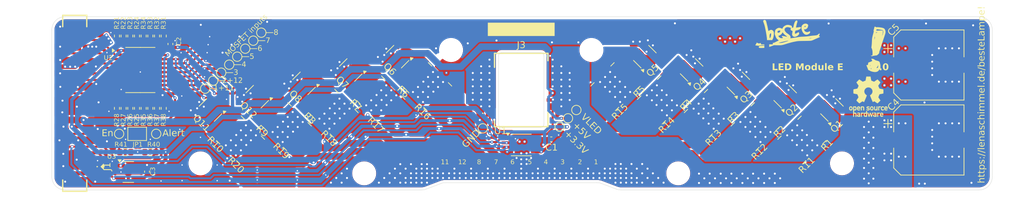
<source format=kicad_pcb>
(kicad_pcb (version 20240108) (generator "pcbnew") (generator_version "8.0")
  (title_block (title "besteLampe! LED Module E") (date "2024-09-15") (rev "2.0") (comment 1 "See  https://lenaschimmel.de/besteLampe! for the source and more information") (comment 2 "This source describes Open Hardware and is licensed under the CERN-OHL-S v2.") (comment 3 "Copyright 2024 Lena Schimmel <mail@lenaschimmel.de>") (comment 4 "Design for JLCPCB 4 Layer Service"))
  (layers (0 "F.Cu" signal) (1 "In1.Cu" signal) (2 "In2.Cu" signal) (31 "B.Cu" signal) (34 "B.Paste" user) (35 "F.Paste" user) (36 "B.SilkS" user "B.Silkscreen") (37 "F.SilkS" user "F.Silkscreen") (38 "B.Mask" user) (39 "F.Mask" user) (44 "Edge.Cuts" user))
  (net 0 "")
  (net 1 "GND")
  (net 2 "+4V")
  (net 3 "Net-(Q1-G)")
  (net 4 "Net-(Q3-G)")
  (net 5 "Net-(Q4-G)")
  (net 6 "Net-(Q5-G)")
  (net 7 "Net-(Q6-G)")
  (net 8 "Net-(Q7-G)")
  (net 9 "Net-(Q8-G)")
  (net 10 "/ALERT")
  (net 11 "/ENABLE")
  (net 12 "+5V")
  (net 13 "/SCL")
  (net 14 "Net-(Q1-D-Pad1)")
  (net 15 "Net-(Q2-D-Pad1)")
  (net 16 "Net-(Q3-D-Pad1)")
  (net 17 "Net-(Q4-D-Pad1)")
  (net 18 "Net-(Q5-D-Pad1)")
  (net 19 "Net-(Q6-D-Pad1)")
  (net 20 "Net-(Q7-D-Pad1)")
  (net 21 "Net-(Q8-D-Pad1)")
  (net 22 "/SDA")
  (net 23 "+3.3V")
  (net 24 "Net-(D1-K)")
  (net 25 "Net-(D2-K)")
  (net 26 "Net-(D3-K)")
  (net 27 "Net-(D4-K)")
  (net 28 "Net-(D5-K)")
  (net 29 "Net-(D6-K)")
  (net 30 "Net-(D7-K)")
  (net 31 "Net-(D8-K)")
  (net 32 "Net-(D11-K)")
  (net 33 "Net-(D12-K)")
  (net 34 "Net-(Q12-G)")
  (net 35 "Net-(Q11-D-Pad1)")
  (net 36 "Net-(Q12-D-Pad1)")
  (net 37 "/i4")
  (net 38 "/i7")
  (net 39 "/i2")
  (net 40 "/i1")
  (net 41 "/i8")
  (net 42 "/i3")
  (net 43 "/i6")
  (net 44 "/i5")
  (net 45 "Net-(R1-Pad1)")
  (net 46 "Net-(R12-Pad2)")
  (net 49 "Net-(R13-Pad2)")
  (net 50 "Net-(R14-Pad2)")
  (net 51 "Net-(R15-Pad2)")
  (net 52 "Net-(R16-Pad2)")
  (net 53 "Net-(R17-Pad2)")
  (net 54 "Net-(R18-Pad2)")
  (net 55 "Net-(R19-Pad2)")
  (net 56 "Net-(R10-Pad1)")
  (footprint "Capacitor_SMD:CP_Elec_10x7.9" (layer "F.Cu") (at 198.5 64.25)
    (property "Reference" "C5")
    (property "Value" "680uF")
  )
  (footprint "Resistor_SMD:R_1020_2550Metric" (layer "F.Cu") (at 108 70 135)
    (property "Reference" "R8")
    (property "Value" "200mR")
  )
  (footprint "Capacitor_SMD:C_0402_1005Metric" (layer "F.Cu") (at 81.5 80.25 -90)
    (property "Reference" "C3")
    (property "Value" "100nF")
  )
  (footprint "MountingHole:MountingHole_3.2mm_M3" (layer "F.Cu") (at 161 80.5 180)
    (property "Reference" "H5" (hide yes))
    (property "Value" "MountingHole")
  )
  (footprint "Resistor_SMD:R_1020_2550Metric" (layer "F.Cu") (at 115 68 135)
    (property "Reference" "R7")
    (property "Value" "200mR")
  )
  (footprint "MountingHole:MountingHole_3.2mm_M3" (layer "F.Cu") (at 127 62)
    (property "Reference" "H1" (hide yes))
    (property "Value" "MountingHole")
  )
  (footprint "Resistor_SMD:R_1020_2550Metric" (layer "F.Cu") (at 118 71 135)
    (property "Reference" "R17")
    (property "Value" "200mR")
  )
  (footprint "Resistor_SMD:R_0603_1608Metric" (layer "F.Cu") (at 82 77.325)
    (property "Reference" "R40")
    (property "Value" "2740R")
  )
  (footprint "Cree XLAMP XE-G LED XEGAVT-H0:XEGAVTH_clean" (layer "F.Cu") (at 143.75 80.55)
    (property "Reference" "D3" (hide yes))
    (property "Value" "XEGAVT-H0-0000-000-000000K2001" (hide yes))
  )
  (footprint "Resistor_SMD:R_0402_1005Metric" (layer "F.Cu") (at 83 70.75 -90)
    (property "Reference" "R37")
    (property "Value" "4700R")
  )
  (footprint "TestPoint:TestPoint_Pad_D1.0mm" (layer "F.Cu") (at 77.325 74.575 180)
    (property "Reference" "TP6" (hide yes))
    (property "Value" "TestPoint")
  )
  (footprint "MountingHole:MountingHole_3.2mm_M3" (layer "F.Cu") (at 114 80.5)
    (property "Reference" "H6" (hide yes))
    (property "Value" "MountingHole")
  )
  (footprint "Resistor_SMD:R_1020_2550Metric" (layer "F.Cu") (at 125 69 135)
    (property "Reference" "R16")
    (property "Value" "200mR")
  )
  (footprint "Cree XLAMP XE-G LED XEGAVT-H0:XEGAVTH_clean" (layer "F.Cu") (at 141.25 80.55)
    (property "Reference" "D4" (hide yes))
    (property "Value" "XEGAVT-H0-0000-000-000000K2001" (hide yes))
  )
  (footprint "TestPoint:TestPoint_Pad_D1.0mm" (layer "F.Cu") (at 97.4 60.6 180)
    (property "Reference" "TP8" (hide yes))
    (property "Value" "TestPoint")
  )
  (footprint "TestPoint:TestPoint_Pad_D1.0mm" (layer "F.Cu") (at 131.75 73.75)
    (property "Reference" "TP1" (hide yes))
    (property "Value" "TestPoint")
  )
  (footprint "Resistor_SMD:R_1020_2550Metric" (layer "F.Cu") (at 171 75 45)
    (property "Reference" "R12")
    (property "Value" "200mR")
  )
  (footprint "009159008603906:009159008603906" (layer "F.Cu") (at 137.5 68 90)
    (property "Reference" "J3")
    (property "Value" "009159008603906" (hide yes))
  )
  (footprint "Resistor_SMD:R_0402_1005Metric" (layer "F.Cu") (at 79 59.9 90)
    (property "Reference" "R23")
    (property "Value" "4700R")
  )
  (footprint "Resistor_SMD:R_0402_1005Metric" (layer "F.Cu") (at 77 59.9 90)
    (property "Reference" "R21")
    (property "Value" "4700R")
  )
  (footprint "Capacitor_SMD:C_0402_1005Metric" (layer "F.Cu") (at 85 61.1 90)
    (property "Reference" "C2")
    (property "Value" "100nF")
  )
  (footprint "Resistor_SMD:R_0402_1005Metric" (layer "F.Cu") (at 80 59.9 90)
    (property "Reference" "R24")
    (property "Value" "4700R")
  )
  (footprint "Cree XLAMP XE-G LED XEGAVT-H0:XEGAVTH_clean" (layer "F.Cu") (at 133.75 80.55)
    (property "Reference" "D7" (hide yes))
    (property "Value" "XEGAVT-H0-0000-000-000000K2001" (hide yes))
  )
  (footprint "Resistor_SMD:R_0402_1005Metric" (layer "F.Cu") (at 84 59.9 90)
    (property "Reference" "R31")
    (property "Value" "4700R")
  )
  (footprint "Cree XLAMP XE-G LED XEGAVT-H0:XEGAVTH_clean" (layer "F.Cu") (at 148.75 80.55)
    (property "Reference" "D1" (hide yes))
    (property "Value" "XEGAVT-H0-0000-000-000000K2001" (hide yes))
  )
  (footprint "TestPoint:TestPoint_Pad_D1.0mm" (layer "F.Cu") (at 82.875 74.575 180)
    (property "Reference" "TP5" (hide yes))
    (property "Value" "TestPoint")
  )
  (footprint "Package_SO:TSOP-6_1.65x3.05mm_P0.95mm" (layer "F.Cu") (at 98 69 -135)
    (property "Reference" "Q12")
    (property "Value" "Si3456DDV")
  )
  (footprint "Resistor_SMD:R_1020_2550Metric" (layer "F.Cu") (at 181 74 45)
    (property "Reference" "R1")
    (property "Value" "200mR")
  )
  (footprint "TestPoint:TestPoint_Pad_D1.0mm" (layer "F.Cu") (at 91.4 66.6 180)
    (property "Reference" "TP13" (hide yes))
    (property "Value" "TestPoint")
  )
  (footprint "Resistor_SMD:R_0402_1005Metric" (layer "F.Cu") (at 80 70.75 -90)
    (property "Reference" "R25")
    (property "Value" "4700R")
  )
  (footprint "Resistor_SMD:R_0402_1005Metric" (layer "F.Cu") (at 84 70.75 -90)
    (property "Reference" "R38")
    (property "Value" "4700R")
  )
  (footprint "Resistor_SMD:R_0402_1005Metric" (layer "F.Cu") (at 81 70.75 -90)
    (property "Reference" "R35")
    (property "Value" "4700R")
  )
  (footprint "TestPoint:TestPoint_Pad_D1.0mm" (layer "F.Cu") (at 145.75 71)
    (property "Reference" "TP3" (hide yes))
    (property "Value" "TestPoint")
  )
  (footprint "Package_SO:TSOP-6_1.65x3.05mm_P0.95mm" (layer "F.Cu") (at 91 71 -135)
    (property "Reference" "Q11")
    (property "Value" "Si3456DDV")
  )
  (footprint "Package_SO:TSOP-6_1.65x3.05mm_P0.95mm" (layer "F.Cu") (at 163 65 135)
    (property "Reference" "Q4")
    (property "Value" "Si3456DDV")
  )
  (footprint "TestPoint:TestPoint_Pad_D1.0mm" (layer "F.Cu") (at 96.2 61.8 180)
    (property "Reference" "TP9" (hide yes))
    (property "Value" "TestPoint")
  )
  (footprint "Resistor_SMD:R_1020_2550Metric" (layer "F.Cu") (at 167 70 45)
    (property "Reference" "R3")
    (property "Value" "200mR")
  )
  (footprint "Resistor_SMD:R_0402_1005Metric" (layer "F.Cu") (at 82 59.9 90)
    (property "Reference" "R33")
    (property "Value" "4700R")
  )
  (footprint "MountingHole:MountingHole_3.2mm_M3" (layer "F.Cu") (at 89.5 79)
    (property "Reference" "H3" (hide yes))
    (property "Value" "MountingHole")
  )
  (footprint "Resistor_SMD:R_0402_1005Metric" (layer "F.Cu") (at 82 70.75 -90)
    (property "Reference" "R36")
    (property "Value" "4700R")
  )
  (footprint "Resistor_SMD:R_0402_1005Metric" (layer "F.Cu") (at 77 70.75 -90)
    (property "Reference" "R28")
    (property "Value" "4700R")
  )
  (footprint "Cree XLAMP XE-G LED XEGAVT-H0:XEGAVTH_clean" (layer "F.Cu") (at 126.25 80.55)
    (property "Reference" "D11" (hide yes))
    (property "Value" "XEGAVT-H0-0000-000-000000K2001" (hide yes))
  )
  (footprint "Resistor_SMD:R_0402_1005Metric" (layer "F.Cu") (at 78 70.75 -90)
    (property "Reference" "R27")
    (property "Value" "4700R")
  )
  (footprint "Package_TO_SOT_SMD:SOT-23-5" (layer "F.Cu") (at 78.699418 80.3)
    (property "Reference" "U3")
    (property "Value" "24AA02UIDT-I/OT")
  )
  (footprint "Cree XLAMP XE-G LED XEGAVT-H0:XEGAVTH_clean" (layer "F.Cu") (at 136.25 80.55)
    (property "Reference" "D6" (hide yes))
    (property "Value" "XEGAVT-H0-0000-000-000000K2001" (hide yes))
  )
  (footprint "Package_SO:TSOP-6_1.65x3.05mm_P0.95mm" (layer "F.Cu") (at 119 63 -135)
    (property "Reference" "Q6")
    (property "Value" "Si3456DDV")
  )
  (footprint "Resistor_SMD:R_1020_2550Metric" (layer "F.Cu") (at 153 66 45)
    (property "Reference" "R5")
    (property "Value" "200mR")
  )
  (footprint "Symbol:OSHW-Logo_5.7x6mm_SilkScreen" (layer "F.Cu") (at 189.45 69)
    (property "Reference" "LOGO1" (hide yes))
    (property "Value" "Logo_Open_Hardware_Small" (hide yes))
  )
  (footprint "Resistor_SMD:R_1020_2550Metric" (layer "F.Cu") (at 178 77 45)
    (property "Reference" "R11")
    (property "Value" "200mR")
  )
  (footprint "TestPoint:TestPoint_Pad_D1.0mm" (layer "F.Cu") (at 92.6 65.4 180)
    (property "Reference" "TP12" (hide yes))
    (property "Value" "TestPoint")
  )
  (footprint "Resistor_SMD:R_0402_1005Metric" (layer "F.Cu") (at 78 59.9 90)
    (property "Reference" "R22")
    (property "Value" "4700R")
  )
  (footprint "Capacitor_SMD:CP_Elec_10x7.9" (layer "F.Cu") (at 198.5 75.5)
    (property "Reference" "C4")
    (property "Value" "680uF")
  )
  (footprint "MountingHole:MountingHole_3.2mm_M3" (layer "F.Cu") (at 185.5 79)
    (property "Reference" "H2" (hide yes))
    (property "Value" "MountingHole")
  )
  (footprint "Resistor_SMD:R_0402_1005Metric" (layer "F.Cu") (at 79 70.75 -90)
    (property "Reference" "R26")
    (property "Value" "4700R")
  )
  (footprint "TestPoint:TestPoint_Pad_D1.0mm" (layer "F.Cu") (at 93.8 64.2 180)
    (property "Reference" "TP11" (hide yes))
    (property "Value" "TestPoint")
  )
  (footprint "Resistor_SMD:R_1020_2550Metric" (layer "F.Cu") (at 101 72 135)
    (property "Reference" "R9")
    (property "Value" "200mR")
  )
  (footprint "Resistor_SMD:R_0402_1005Metric" (layer "F.Cu") (at 81 59.9 90)
    (property "Reference" "R34")
    (property "Value" "4700R")
  )
  (footprint "Capacitor_SMD:C_0402_1005Metric" (layer "F.Cu") (at 142 75.4 180)
    (property "Reference" "C1")
    (property "Value" "100nF")
  )
  (footprint "Package_SO:TSOP-6_1.65x3.05mm_P0.95mm" (layer "F.Cu") (at 177 69 135)
    (property "Reference" "Q2")
    (property "Value" "Si3456DDV")
  )
  (footprint "Cree XLAMP XE-G LED XEGAVT-H0:XEGAVTH_clean" (layer "F.Cu") (at 138.75 80.55)
    (property "Reference" "D5" (hide yes))
    (property "Value" "XEGAVT-H0-0000-000-000000K2001" (hide yes))
  )
  (footprint "Resistor_SMD:R_1020_2550Metric" (layer "F.Cu") (at 160 68 45)
    (property "Reference" "R4")
    (property "Value" "200mR")
  )
  (footprint "TestPoint:TestPoint_Pad_D1.0mm" (layer "F.Cu") (at 98.6 59.4 180)
    (property "Reference" "TP7" (hide yes))
    (property "Value" "TestPoint")
  )
  (footprint "TestPoint:TestPoint_Pad_D1.0mm" (layer "F.Cu") (at 144.5 72.25)
    (property "Reference" "TP4" (hide yes))
    (property "Value" "TestPoint")
  )
  (footprint "Resistor_SMD:R_1020_2550Metric" (layer "F.Cu") (at 111 73 135)
    (property "Reference" "R18")
    (property "Value" "200mR")
  )
  (footprint "Package_SO:TSOP-6_1.65x3.05mm_P0.95mm" (layer "F.Cu") (at 170 67 135)
    (property "Reference" "Q3")
    (property "Value" "Si3456DDV")
  )
  (footprint "Cree XLAMP XE-G LED XEGAVT-H0:XEGAVTH_clean" (layer "F.Cu") (at 146.25 80.55)
    (property "Reference" "D2" (hide yes))
    (property "Value" "XEGAVT-H0-0000-000-000000K2001" (hide yes))
  )
  (footprint "Resistor_SMD:R_1020_2550Metric" (layer "F.Cu") (at 174 72 45)
    (property "Reference" "R2")
    (property "Value" "200mR")
  )
  (footprint "Cree XLAMP XE-G LED XEGAVT-H0:XEGAVTH_clean" (layer "F.Cu") (at 128.75 80.55)
    (property "Reference" "D12" (hide yes))
    (property "Value" "XEGAVT-H0-0000-000-000000K2001" (hide yes))
  )
  (footprint "SFW20S-2STE1LF:SFW20S2STE1LF" (layer "F.Cu") (at 70.785586 70 90)
    (property "Reference" "J1")
    (property "Value" "SFW20S-2STE1LF" (hide yes))
  )
  (footprint "Package_SO:TSSOP-20_4.4x6.5mm_P0.65mm" (layer "F.Cu") (at 80.5 65)
    (property "Reference" "U2")
    (property "Value" "74HC245")
  )
  (footprint "Package_SO:VSSOP-8_3.0x3.0mm_P0.65mm" (layer "F.Cu") (at 137.5 76.25)
    (property "Reference" "U1")
    (property "Value" "TMP1075DGK")
  )
  (footprint "Package_SO:TSOP-6_1.65x3.05mm_P0.95mm" (layer "F.Cu") (at 105 67 -135)
    (property "Reference" "Q8")
    (property "Value" "Si3456DDV")
  )
  (footprint "TestPoint:TestPoint_Pad_D1.0mm" (layer "F.Cu") (at 95 63 180)
    (property "Reference" "TP10" (hide yes))
    (property "Value" "TestPoint")
  )
  (footprint "Package_SO:TSOP-6_1.65x3.05mm_P0.95mm" (layer "F.Cu") (at 156 63 135)
    (property "Reference" "Q5")
    (property "Value" "Si3456DDV")
  )
  (footprint "Resistor_SMD:R_0402_1005Metric" (layer "F.Cu") (at 83 59.9 90)
    (property "Reference" "R32")
    (property "Value" "4700R")
  )
  (footprint "Resistor_SMD:R_1020_2550Metric" (layer "F.Cu") (at 122 66 135)
    (property "Reference" "R6")
    (property "Value" "200mR")
  )
  (footprint "Package_SO:TSOP-6_1.65x3.05mm_P0.95mm" (layer "F.Cu") (at 112 65 -135)
    (property "Reference" "Q7")
    (property "Value" "Si3456DDV")
  )
  (footprint "Resistor_SMD:R_1020_2550Metric" (layer "F.Cu") (at 150 69 45)
    (property "Reference" "R15")
    (property "Value" "200mR")
  )
  (footprint "Package_SO:TSOP-6_1.65x3.05mm_P0.95mm" (layer "F.Cu") (at 184 71 135)
    (property "Reference" "Q1")
    (property "Value" "Si3456DDV")
  )
  (footprint "TestPoint:TestPoint_Pad_D1.0mm" (layer "F.Cu") (at 90.2 67.8 180)
    (property "Reference" "TP14" (hide yes))
    (property "Value" "TestPoint")
  )
  (footprint "Resistor_SMD:R_1020_2550Metric" (layer "F.Cu") (at 94 74 135)
    (property "Reference" "R10")
    (property "Value" "200mR")
  )
  (footprint "Resistor_SMD:R_1020_2550Metric" (layer "F.Cu") (at 104 75 135)
    (property "Reference" "R19")
    (property "Value" "200mR")
  )
  (footprint "Cree XLAMP XE-G LED XEGAVT-H0:XEGAVTH_clean" (layer "F.Cu") (at 131.25 80.55)
    (property "Reference" "D8" (hide yes))
    (property "Value" "XEGAVT-H0-0000-000-000000K2001" (hide yes))
  )
  (footprint "Resistor_SMD:R_1020_2550Metric" (layer "F.Cu") (at 157 71 45)
    (property "Reference" "R14")
    (property "Value" "200mR")
  )
  (footprint "Resistor_SMD:R_1020_2550Metric" (layer "F.Cu") (at 164 73 45)
    (property "Reference" "R13")
    (property "Value" "200mR")
  )
  (footprint "LOGO" (layer "F.Cu") (at 182.483236 61.312498)
    (property "Reference" "G***" (hide yes))
    (property "Value" "LOGO" (hide yes))
  )
  (footprint "Resistor_SMD:R_1020_2550Metric" (layer "F.Cu") (at 97 77 135)
    (property "Reference" "R20")
    (property "Value" "200mR")
  )
  (footprint "MountingHole:MountingHole_3.2mm_M3" (layer "F.Cu") (at 148 62)
    (property "Reference" "H4" (hide yes))
    (property "Value" "MountingHole")
  )
  (footprint "TestPoint:TestPoint_Pad_D1.0mm" (layer "F.Cu") (at 143.25 73.5)
    (property "Reference" "TP2" (hide yes))
    (property "Value" "TestPoint")
  )
  (footprint "Resistor_SMD:R_0603_1608Metric" (layer "F.Cu") (at 78.25 77.325)
    (property "Reference" "R41")
    (property "Value" "2740R")
  )
  (footprint "Jumper:SolderJumper-2_P1.3mm_Open_TrianglePad1.0x1.5mm" (layer "F.Cu") (at 80.025 74.575 180)
    (property "Reference" "JP1")
    (property "Value" "SolderJumper_2_Open")
  )
  (gr_line (start 91.95 67.8) (end 90.9 67.8) (stroke (width 0.1)) (layer "F.SilkS"))
  (gr_line (start 95.55 64.2) (end 94.5 64.2) (stroke (width 0.1)) (layer "F.SilkS"))
  (gr_line (start 94.35 65.4) (end 93.3 65.4) (stroke (width 0.1)) (layer "F.SilkS"))
  (gr_line (start 96.75 63) (end 95.7 63) (stroke (width 0.1)) (layer "F.SilkS"))
  (gr_line (start 100.35 59.4) (end 99.3 59.4) (stroke (width 0.1)) (layer "F.SilkS"))
  (gr_line (start 97.95 61.8) (end 96.9 61.8) (stroke (width 0.1)) (layer "F.SilkS"))
  (gr_rect (start 132.5 57.9) (end 142.5 59.9) (fill solid) (layer "F.SilkS"))
  (gr_line (start 93.15 66.6) (end 92.1 66.6) (stroke (width 0.1)) (layer "F.SilkS"))
  (gr_line (start 99.15 60.6) (end 98.1 60.6) (stroke (width 0.1)) (layer "F.SilkS"))
  (gr_poly (pts (xy 74.6 79.5) (xy 75 79.1) (xy 75 79.9)) (stroke (width 0.1)) (fill solid) (layer "F.SilkS"))
  (gr_line (start 67.25 81) (end 67.25 59) (stroke (width 0.05)) (layer "Edge.Cuts"))
  (gr_line (start 149.513659 82.029451) (end 151.736341 82.870549) (stroke (width 0.05)) (layer "Edge.Cuts"))
  (gr_line (start 134.6 62.4) (end 140.4 62.4) (stroke (width 0.05)) (layer "Edge.Cuts"))
  (gr_arc (start 69.25 83) (mid 67.835786 82.414214) (end 67.25 81) (stroke (width 0.05)) (layer "Edge.Cuts"))
  (gr_arc (start 140.9 73.1) (mid 140.753553 73.453553) (end 140.4 73.6) (stroke (width 0.05)) (layer "Edge.Cuts"))
  (gr_line (start 140.9 62.9) (end 140.9 73.1) (stroke (width 0.05)) (layer "Edge.Cuts"))
  (gr_arc (start 140.4 62.4) (mid 140.753553 62.546447) (end 140.9 62.9) (stroke (width 0.05)) (layer "Edge.Cuts"))
  (gr_arc (start 67.25 59) (mid 67.835786 57.585786) (end 69.25 57) (stroke (width 0.05)) (layer "Edge.Cuts"))
  (gr_line (start 69.25 57) (end 206 57) (stroke (width 0.05)) (layer "Edge.Cuts"))
  (gr_line (start 122.555813 83) (end 69.25 83) (stroke (width 0.05)) (layer "Edge.Cuts"))
  (gr_arc (start 208 81) (mid 207.414214 82.414214) (end 206 83) (stroke (width 0.05)) (layer "Edge.Cuts"))
  (gr_arc (start 134.1 62.9) (mid 134.246447 62.546447) (end 134.6 62.4) (stroke (width 0.05)) (layer "Edge.Cuts"))
  (gr_line (start 140.4 73.6) (end 134.6 73.6) (stroke (width 0.05)) (layer "Edge.Cuts"))
  (gr_line (start 134.1 73.1) (end 134.1 62.9) (stroke (width 0.05)) (layer "Edge.Cuts"))
  (gr_line (start 206 83) (end 152.444187 83) (stroke (width 0.05)) (layer "Edge.Cuts"))
  (gr_arc (start 148.805813 81.9) (mid 149.165606 81.932629) (end 149.513659 82.029451) (stroke (width 0.05)) (layer "Edge.Cuts"))
  (gr_arc (start 206 57) (mid 207.414214 57.585786) (end 208 59) (stroke (width 0.05)) (layer "Edge.Cuts"))
  (gr_arc (start 125.486341 82.029451) (mid 125.834394 81.932629) (end 126.194187 81.9) (stroke (width 0.05)) (layer "Edge.Cuts"))
  (gr_arc (start 152.444187 83) (mid 152.084394 82.967371) (end 151.736341 82.870549) (stroke (width 0.05)) (layer "Edge.Cuts"))
  (gr_line (start 125.486341 82.029451) (end 123.263659 82.870549) (stroke (width 0.05)) (layer "Edge.Cuts"))
  (gr_line (start 148.805813 81.9) (end 126.194187 81.9) (stroke (width 0.05)) (layer "Edge.Cuts"))
  (gr_line (start 208 59) (end 208 81) (stroke (width 0.05)) (layer "Edge.Cuts"))
  (gr_arc (start 134.6 73.6) (mid 134.246447 73.453553) (end 134.1 73.1) (stroke (width 0.05)) (layer "Edge.Cuts"))
  (gr_arc (start 123.263659 82.870549) (mid 122.915606 82.967371) (end 122.555813 83) (stroke (width 0.05)) (layer "Edge.Cuts"))
  (gr_text "GND" (at 129.325 76.875 45) (layer "F.SilkS") (effects (font (size 1 1) (thickness 0.1)) (justify left bottom)))
  (gr_text "3" (at 94.8 65.4 0) (layer "F.SilkS") (effects (font (size 0.8 0.8) (thickness 0.1))))
  (gr_text "4" (at 96 64.2 0) (layer "F.SilkS") (effects (font (size 0.8 0.8) (thickness 0.1))))
  (gr_text "Alert" (at 83.8 75.1 0) (layer "F.SilkS") (effects (font (size 1 1) (thickness 0.125)) (justify left bottom)))
  (gr_text "7" (at 99.6 60.6 0) (layer "F.SilkS") (effects (font (size 0.8 0.8) (thickness 0.1))))
  (gr_text "3" (at 144 79.25 0) (layer "F.SilkS") (effects (font (size 0.7 0.7) (thickness 0.1)) (justify right bottom)))
  (gr_text "2\n" (at 146.6 79.25 0) (layer "F.SilkS") (effects (font (size 0.7 0.7) (thickness 0.1)) (justify right bottom)))
  (gr_text "LED Module E       v2.0" (at 175 65.2 0) (layer "F.SilkS") (effects (font (size 1 1) (thickness 0.2) (bold yes)) (justify left bottom)))
  (gr_text "11" (at 126.7 79.25 0) (layer "F.SilkS") (effects (font (size 0.7 0.7) (thickness 0.1)) (justify right bottom)))
  (gr_text "7" (at 134.05 79.25 0) (layer "F.SilkS") (effects (font (size 0.7 0.7) (thickness 0.1)) (justify right bottom)))
  (gr_text "1+11" (at 93 67.725 0) (layer "F.SilkS") (effects (font (size 0.8 0.8) (thickness 0.1))))
  (gr_text "12" (at 129.3 79.25 0) (layer "F.SilkS") (effects (font (size 0.7 0.7) (thickness 0.1)) (justify right bottom)))
  (gr_text "+3.3V" (at 143.75 74.75 -45) (layer "F.SilkS") (effects (font (size 1 1) (thickness 0.1)) (justify left bottom)))
  (gr_text "4" (at 141.5 79.25 0) (layer "F.SilkS") (effects (font (size 0.7 0.7) (thickness 0.1)) (justify right bottom)))
  (gr_text "2+12" (at 94.3 66.6 0) (layer "F.SilkS") (effects (font (size 0.8 0.8) (thickness 0.1))))
  (gr_text "8" (at 100.8 59.4 0) (layer "F.SilkS") (effects (font (size 0.8 0.8) (thickness 0.1))))
  (gr_text "5" (at 139.1 79.25 0) (layer "F.SilkS") (effects (font (size 0.7 0.7) (thickness 0.1)) (justify right bottom)))
  (gr_text "MOSFET inputs" (at 93.4 62.8 45) (layer "F.SilkS") (effects (font (size 0.8 0.8) (thickness 0.1)) (justify left)))
  (gr_text "VLED" (at 146.25 72.25 -45) (layer "F.SilkS") (effects (font (size 1 1) (thickness 0.1)) (justify left bottom)))
  (gr_text "En" (at 74.7 75.1 0) (layer "F.SilkS") (effects (font (size 1 1) (thickness 0.125)) (justify left bottom)))
  (gr_text "8" (at 131.5 79.25 0) (layer "F.SilkS") (effects (font (size 0.7 0.7) (thickness 0.1)) (justify right bottom)))
  (gr_text "5" (at 97.2 63 0) (layer "F.SilkS") (effects (font (size 0.8 0.8) (thickness 0.1))))
  (gr_text "1" (at 149 79.25 0) (layer "F.SilkS") (effects (font (size 0.7 0.7) (thickness 0.1)) (justify right bottom)))
  (gr_text "https://lenaschimmel.de/besteLampe!" (at 207 82 90) (layer "F.SilkS") (effects (font (size 1 1) (thickness 0.125)) (justify left bottom)))
  (gr_text "6" (at 98.4 61.8 0) (layer "F.SilkS") (effects (font (size 0.8 0.8) (thickness 0.1))))
  (gr_text "+5V" (at 145 73.5 -45) (layer "F.SilkS") (effects (font (size 1 1) (thickness 0.1)) (justify left bottom)))
  (gr_text "6" (at 136.5 79.25 0) (layer "F.SilkS") (effects (font (size 0.7 0.7) (thickness 0.1)) (justify right bottom)))
  (segment (start 77.075 67.925) (end 75.85 69.15) (width 0.5) (layer "F.Cu") (net 1))
  (segment (start 76.09 59.39) (end 75.69 58.99) (width 0.5) (layer "F.Cu") (net 1))
  (segment (start 84.59 59.39) (end 84.77 59.57) (width 0.5) (layer "F.Cu") (net 1))
  (segment (start 76.09 59.39) (end 84.59 59.39) (width 0.5) (layer "F.Cu") (net 1))
  (segment (start 75.85 70.9) (end 75.49 71.26) (width 0.5) (layer "F.Cu") (net 1))
  (segment (start 81.5 79.77) (end 80.256918 79.77) (width 0.5) (layer "F.Cu") (net 1))
  (segment (start 75.8 71.2) (end 75.74 71.26) (width 0.5) (layer "F.Cu") (net 1))
  (segment (start 84.77 59.57) (end 84.77 60.39) (width 0.5) (layer "F.Cu") (net 1))
  (segment (start 78.213082 80.3) (end 79.163082 79.35) (width 0.5) (layer "F.Cu") (net 1))
  (segment (start 79.163082 79.35) (end 79.836918 79.35) (width 0.5) (layer "F.Cu") (net 1))
  (segment (start 75.49 71.26) (end 74.25 72.5) (width 0.5) (layer "F.Cu") (net 1))
  (segment (start 84.98 60.6) (end 85.7 60.6) (width 0.5) (layer "F.Cu") (net 1))
  (segment (start 84.74 71.26) (end 84.8 71.2) (width 0.5) (layer "F.Cu") (net 1))
  (segment (start 77 71.26) (end 84 71.26) (width 0.5) (layer "F.Cu") (net 1))
  (segment (start 84 71.26) (end 84.74 71.26) (width 0.5) (layer "F.Cu") (net 1))
  (segment (start 140.5 77.25) (end 139.7 77.25) (width 0.5) (layer "F.Cu") (net 1))
  (segment (start 77.6375 67.925) (end 77.075 67.925) (width 0.5) (layer "F.Cu") (net 1))
  (segment (start 80.256918 79.77) (end 79.836918 79.35) (width 0.5) (layer "F.Cu") (net 1))
  (segment (start 75.86 71.26) (end 75.8 71.2) (width 0.5) (layer "F.Cu") (net 1))
  (segment (start 84.77 60.39) (end 84.98 60.6) (width 0.5) (layer "F.Cu") (net 1))
  (segment (start 77.6 80.3) (end 78.213082 80.3) (width 0.5) (layer "F.Cu") (net 1))
  (segment (start 75.74 71.26) (end 75.49 71.26) (width 0.5) (layer "F.Cu") (net 1))
  (segment (start 77 71.26) (end 75.86 71.26) (width 0.5) (layer "F.Cu") (net 1))
  (segment (start 74.74 58.99) (end 74 58.25) (width 0.5) (layer "F.Cu") (net 1))
  (segment (start 81.5 79.25) (end 81.5 79.77) (width 0.5) (layer "F.Cu") (net 1))
  (segment (start 75.69 58.99) (end 74.74 58.99) (width 0.5) (layer "F.Cu") (net 1))
  (segment (start 77.561918 80.3) (end 77.6 80.3) (width 0.5) (layer "F.Cu") (net 1))
  (segment (start 75.85 69.15) (end 75.85 70.9) (width 0.5) (layer "F.Cu") (net 1))
  (via (at 164.2 63.3) (size 0.45) (drill 0.3) (layers "F.Cu" "B.Cu") (net 1))
  (via (at 74.25 69.85) (size 0.45) (drill 0.3) (layers "F.Cu" "B.Cu") (net 1))
  (via (at 116.05 63.05) (size 0.45) (drill 0.3) (layers "F.Cu" "B.Cu") (net 1))
  (via (at 98 81.5) (size 0.45) (drill 0.2) (layers "F.Cu" "B.Cu") (net 1))
  (via (at 80.5 65.3) (size 0.45) (drill 0.2) (layers "F.Cu" "B.Cu") (net 1))
  (via (at 102.797979 78.075977) (size 0.45) (drill 0.3) (layers "F.Cu" "B.Cu") (net 1))
  (via (at 68.975 77.575) (size 0.45) (drill 0.3) (layers "F.Cu" "B.Cu") (net 1))
  (via (at 75.8 71.2) (size 0.45) (drill 0.2) (layers "F.Cu" "B.Cu") (net 1))
  (via (at 132.75 63.45) (size 0.45) (drill 0.3) (layers "F.Cu" "B.Cu") (net 1))
  (via (at 74.125 73.85) (size 0.45) (drill 0.3) (layers "F.Cu" "B.Cu") (net 1))
  (via (at 155.25 60.75) (size 0.45) (drill 0.3) (layers "F.Cu" "B.Cu") (net 1))
  (via (at 68.525 67.525) (size 0.45) (drill 0.3) (layers "F.Cu" "B.Cu") (net 1))
  (via (at 90 70.5) (size 0.45) (drill 0.3) (layers "F.Cu" "B.Cu") (net 1))
  (via (at 110 64.75) (size 0.45) (drill 0.3) (layers "F.Cu" "B.Cu") (net 1))
  (via (at 199 62.75) (size 0.45) (drill 0.3) (layers "F.Cu" "B.Cu") (net 1))
  (via (at 98 80) (size 0.45) (drill 0.2) (layers "F.Cu" "B.Cu") (net 1))
  (via (at 197.85 69.875) (size 0.45) (drill 0.3) (layers "F.Cu" "B.Cu") (net 1))
  (via (at 86.75 81.6) (size 0.45) (drill 0.2) (layers "F.Cu" "B.Cu") (net 1))
  (via (at 71.15 67.55) (size 0.45) (drill 0.3) (layers "F.Cu" "B.Cu") (net 1))
  (via (at 130.25 65.45) (size 0.45) (drill 0.3) (layers "F.Cu" "B.Cu") (net 1))
  (via (at 133.825 76.45) (size 0.45) (drill 0.2) (layers "F.Cu" "B.Cu") (net 1))
  (via (at 169.95 64.05) (size 0.45) (drill 0.3) (layers "F.Cu" "B.Cu") (net 1))
  (via (at 71.201992 75.548008) (size 0.45) (drill 0.3) (layers "F.Cu" "B.Cu") (net 1))
  (via (at 202 73) (size 0.45) (drill 0.3) (layers "F.Cu" "B.Cu") (net 1))
  (via (at 132.75 67.45) (size 0.45) (drill 0.3) (layers "F.Cu" "B.Cu") (net 1))
  (via (at 85.7 60.6) (size 0.45) (drill 0.2) (layers "F.Cu" "B.Cu") (net 1))
  (via (at 74.1 78.6) (size 0.45) (drill 0.2) (layers "F.Cu" "B.Cu") (net 1))
  (via (at 169.25 64.75) (size 0.45) (drill 0.3) (layers "F.Cu" "B.Cu") (net 1))
  (via (at 130.25 67.45) (size 0.45) (drill 0.3) (layers "F.Cu" "B.Cu") (net 1))
  (via (at 93.5 78.25) (size 0.45) (drill 0.3) (layers "F.Cu" "B.Cu") (net 1))
  (via (at 130.25 66.45) (size 0.45) (drill 0.3) (layers "F.Cu" "B.Cu") (net 1))
  (via (at 78.175 73.8) (size 0.45) (drill 0.3) (layers "F.Cu" "B.Cu") (net 1))
  (via (at 68.975 79.425) (size 0.45) (drill 0.3) (layers "F.Cu" "B.Cu") (net 1))
  (via (at 89.5 75.1) (size 0.45) (drill 0.2) (layers "F.Cu" "B.Cu") (net 1))
  (via (at 83.825 68.775) (size 0.45) (drill 0.3) (layers "F.Cu" "B.Cu") (net 1))
  (via (at 108.05 75.75) (size 0.45) (drill 0.3) (layers "F.Cu" "B.Cu") (net 1))
  (via (at 89.3 69.8) (size 0.45) (drill 0.3) (layers "F.Cu" "B.Cu") (net 1))
  (via (at 95.75 69.75) (size 0.45) (drill 0.3) (layers "F.Cu" "B.Cu") (net 1))
  (via (at 93.875 81.6) (size 0.45) (drill 0.3) (layers "F.Cu" "B.Cu") (net 1))
  (via (at 78.3 75.4) (size 0.45) (drill 0.2) (layers "F.Cu" "B.Cu") (net 1))
  (via (at 117.3 61.8) (size 0.45) (drill 0.3) (layers "F.Cu" "B.Cu") (net 1))
  (via (at 136.631587 75.306587) (size 0.45) (drill 0.2) (layers "F.Cu" "B.Cu") (net 1))
  (via (at 132.75 65.45) (size 0.45) (drill 0.3) (layers "F.Cu" "B.Cu") (net 1))
  (via (at 203 61.75) (size 0.45) (drill 0.3) (layers "F.Cu" "B.Cu") (net 1))
  (via (at 92 81.6) (size 0.45) (drill 0.2) (layers "F.Cu" "B.Cu") (net 1))
  (via (at 156.45 60.55) (size 0.45) (drill 0.3) (layers "F.Cu" "B.Cu") (net 1))
  (via (at 205.125 58.3) (size 0.45) (drill 0.3) (layers "F.Cu" "B.Cu") (net 1))
  (via (at 200 78) (size 0.45) (drill 0.3) (layers "F.Cu" "B.Cu") (net 1))
  (via (at 131.5 68.45) (size 0.45) (drill 0.3) (layers "F.Cu" "B.Cu") (net 1))
  (via (at 132.291574 74.983426) (size 0.45) (drill 0.2) (layers "F.Cu" "B.Cu") (net 1))
  (via (at 131.5 64.45) (size 0.45) (drill 0.3) (layers "F.Cu" "B.Cu") (net 1))
  (via (at 199 65.75) (size 0.45) (drill 0.3) (layers "F.Cu" "B.Cu") (net 1))
  (via (at 197.05 82.05) (size 0.45) (drill 0.3) (layers "F.Cu" "B.Cu") (net 1))
  (via (at 68.5 63.5) (size 0.45) (drill 0.3) (layers "F.Cu" "B.Cu") (net 1))
  (via (at 83.6 81.65) (size 0.45) (drill 0.2) (layers "F.Cu" "B.Cu") (net 1))
  (via (at 130.25 68.45) (size 0.45) (drill 0.3) (layers "F.Cu" "B.Cu") (net 1))
  (via (at 200 61.75) (size 0.45) (drill 0.3) (layers "F.Cu" "B.Cu") (net 1))
  (via (at 203 78) (size 0.45) (drill 0.3) (layers "F.Cu" "B.Cu") (net 1))
  (via (at 131.3 72.5) (size 0.45) (drill 0.3) (layers "F.Cu" "B.Cu") (net 1))
  (via (at 94.15 61.2) (size 0.45) (drill 0.3) (layers "F.Cu" "B.Cu") (net 1))
  (via (at 89 70.75) (size 0.45) (drill 0.3) (layers "F.Cu" "B.Cu") (net 1))
  (via (at 68.4 75.55) (size 0.45) (drill 0.3) (layers "F.Cu" "B.Cu") (net 1))
  (via (at 162.95 62.05) (size 0.45) (drill 0.3) (layers "F.Cu" "B.Cu") (net 1))
  (via (at 109.75 65.75) (size 0.45) (drill 0.3) (layers "F.Cu" "B.Cu") (net 1))
  (via (at 132.75 68.45) (size 0.45) (drill 0.3) (layers "F.Cu" "B.Cu") (net 1))
  (via (at 157.2 61.3) (size 0.45) (drill 0.3) (layers "F.Cu" "B.Cu") (net 1))
  (via (at 68.5 65.5) (size 0.45) (drill 0.3) (layers "F.Cu" "B.Cu") (net 1))
  (via (at 133.975 74.875) (size 0.45) (drill 0.2) (layers "F.Cu" "B.Cu") (net 1))
  (via (at 114.205913 75.005913) (size 0.45) (drill 0.3) (layers "F.Cu" "B.Cu") (net 1))
  (via (at 117 62.75) (size 0.45) (drill 0.3) (layers "F.Cu" "B.Cu") (net 1))
  (via (at 199 63.75) (size 0.45) (drill 0.3) (layers "F.Cu" "B.Cu") (net 1))
  (via (at 90.65 61.2) (size 0.45) (drill 0.2) (layers "F.Cu" "B.Cu") (net 1))
  (via (at 121.75 71.75) (size 0.45) (drill 0.2) (layers "F.Cu" "B.Cu") (net 1))
  (via (at 108.175 78.875) (size 0.45) (drill 0.3) (layers "F.Cu" "B.Cu") (net 1))
  (via (at 90.5 62.4) (size 0.45) (drill 0.2) (layers "F.Cu" "B.Cu") (net 1))
  (via (at 92.8 62.4) (size 0.45) (drill 0.3) (layers "F.Cu" "B.Cu") (net 1))
  (via (at 132.75 66.45) (size 0.45) (drill 0.3) (layers "F.Cu" "B.Cu") (net 1))
  (via (at 200 66.75) (size 0.45) (drill 0.3) (layers "F.Cu" "B.Cu") (net 1))
  (via (at 81.5 79.25) (size 0.45) (drill 0.3) (layers "F.Cu" "B.Cu") (net 1))
  (via (at 68.5 61.5) (size 0.45) (drill 0.3) (layers "F.Cu" "B.Cu") (net 1))
  (via (at 116.75 63.75) (size 0.45) (drill 0.3) (layers "F.Cu" "B.Cu") (net 1))
  (via (at 143.085589 74.75) (size 0.45) (drill 0.2) (layers "F.Cu" "B.Cu") (net 1))
  (via (at 95.325 59.975) (size 0.45) (drill 0.3) (layers "F.Cu" "B.Cu") (net 1))
  (via (at 160.5 58) (size 0.45) (drill 0.3) (layers "F.Cu" "B.Cu") (net 1))
  (via (at 92 79.25) (size 0.45) (drill 0.2) (layers "F.Cu" "B.Cu") (net 1))
  (via (at 202 66.75) (size 0.45) (drill 0.3) (layers "F.Cu" "B.Cu") (net 1))
  (via (at 86.4 73.9) (size 0.45) (drill 0.2) (layers "F.Cu" "B.Cu") (net 1))
  (via (at 131.5 70.45) (size 0.45) (drill 0.3) (layers "F.Cu" "B.Cu") (net 1))
  (via (at 201 78) (size 0.45) (drill 0.3) (layers "F.Cu" "B.Cu") (net 1))
  (via (at 120.275 74.7) (size 0.45) (drill 0.3) (layers "F.Cu" "B.Cu") (net 1))
  (via (at 146.05 60.85) (size 0.45) (drill 0.3) (layers "F.Cu" "B.Cu") (net 1))
  (via (at 184.5 70) (size 0.45) (drill 0.3) (layers "F.Cu" "B.Cu") (net 1))
  (via (at 96 68.75) (size 0.45) (drill 0.3) (layers "F.Cu" "B.Cu") (net 1))
  (via (at 69 73.5) (size 0.45) (drill 0.3) (layers "F.Cu" "B.Cu") (net 1))
  (via (at 104 81.5) (size 0.45) (drill 0.2) (layers "F.Cu" "B.Cu") (net 1))
  (via (at 76.09 59.39) (size 0.45) (drill 0.2) (layers "F.Cu" "B.Cu") (net 1))
  (via (at 75.5 75.7) (size 0.45) (drill 0.3) (layers "F.Cu" "B.Cu") (net 1))
  (via (at 204.875 81.925) (size 0.45) (drill 0.3) (layers "F.Cu" "B.Cu") (net 1))
  (via (at 140.5 77.25) (size 0.45) (drill 0.2) (layers "F.Cu" "B.Cu") (net 1))
  (via (at 82 75.4) (size 0.45) (drill 0.2) (layers "F.Cu" "B.Cu") (net 1))
  (via (at 93.4 69.4) (size 0.45) (drill 0.2) (layers "F.Cu" "B.Cu") (net 1))
  (via (at 112.075 74.975) (size 0.45) (drill 0.3) (layers "F.Cu" "B.Cu") (net 1))
  (via (at 183.5 58.025) (size 0.45) (drill 0.3) (layers "F.Cu" "B.Cu") (net 1))
  (via (at 104 66.5) (size 0.45) (drill 0.3) (layers "F.Cu" "B.Cu") (net 1))
  (via (at 114.525 71.725) (size 0.45) (drill 0.3) (layers "F.Cu" "B.Cu") (net 1))
  (via (at 73.75 81.75) (size 0.45) (drill 0.3) (layers "F.Cu" "B.Cu") (net 1))
  (via (at 201 66.75) (size 0.45) (drill 0.3) (layers "F.Cu" "B.Cu") (net 1))
  (via (at 203 73) (size 0.45) (drill 0.3) (layers "F.Cu" "B.Cu") (net 1))
  (via (at 200 73) (size 0.45) (drill 0.3) (layers "F.Cu" "B.Cu") (net 1))
  (via (at 177.5 68) (size 0.45) (drill 0.3) (layers "F.Cu" "B.Cu") (net 1))
  (via (at 90.875 60) (size 0.45) (drill 0.2) (layers "F.Cu" "B.Cu") (net 1))
  (via (at 132.75 69.45) (size 0.45) (drill 0.3) (layers "F.Cu" "B.Cu") (net 1))
  (via (at 77.6 80.3) (size 0.45) (drill 0.2) (layers "F.Cu" "B.Cu") (net 1))
  (via (at 89.55 58.225) (size 0.45) (drill 0.3) (layers "F.Cu" "B.Cu") (net 1))
  (via (at 103.3 65.8) (size 0.45) (drill 0.3) (layers "F.Cu" "B.Cu") (net 1))
  (via (at 88.05 71.05) (size 0.45) (drill 0.3) (layers "F.Cu" "B.Cu") (net 1))
  (via (at 110.3 63.8) (size 0.45) (drill 0.3) (layers "F.Cu" "B.Cu") (net 1))
  (via (at 83.5 78.1) (size 0.45) (drill 0.2) (layers "F.Cu" "B.Cu") (net 1))
  (via (at 199 64.75) (size 0.45) (drill 0.3) (layers "F.Cu" "B.Cu") (net 1))
  (via (at 75.5 62.4) (size 0.45) (drill 0.2) (layers "F.Cu" "B.Cu") (net 1))
  (via (at 111 64.5) (size 0.45) (drill 0.3) (layers "F.Cu" "B.Cu") (net 1))
  (via (at 96.3 67.8) (size 0.45) (drill 0.3) (layers "F.Cu" "B.Cu") (net 1))
  (via (at 131.5 66.45) (size 0.45) (drill 0.3) (layers "F.Cu" "B.Cu") (net 1))
  (via (at 86.75 79.25) (size 0.45) (drill 0.2) (layers "F.Cu" "B.Cu") (net 1))
  (via (at 198.075 58.025) (size 0.45) (drill 0.3) (layers "F.Cu" "B.Cu") (net 1))
  (via (at 69.25 81.75) (size 0.45) (drill 0.3) (layers "F.Cu" "B.Cu") (net 1))
  (via (at 199 75) (size 0.45) (drill 0.3) (layers "F.Cu" "B.Cu") (net 1))
  (via (at 126.8 72.6) (size 0.45) (drill 0.3) (layers "F.Cu" "B.Cu") (net 1))
  (via (at 77.6375 67.925) (size 0.45) (drill 0.2) (layers "F.Cu" "B.Cu") (net 1))
  (via (at 130.25 69.45) (size 0.45) (drill 0.3) (layers "F.Cu" "B.Cu") (net 1))
  (via (at 86.6 62.4) (size 0.45) (drill 0.2) (layers "F.Cu" "B.Cu") (net 1))
  (via (at 133.8 60.575) (size 0.45) (drill 0.3) (layers "F.Cu" "B.Cu") (net 1))
  (via (at 163.5 64) (size 0.45) (drill 0.3) (layers "F.Cu" "B.Cu") (net 1))
  (via (at 199 74) (size 0.45) (drill 0.3) (layers "F.Cu" "B.Cu") (net 1))
  (via (at 99.475 57.775) (size 0.45) (drill 0.3) (layers "F.Cu" "B.Cu") (net 1))
  (via (at 199 77) (size 0.45) (drill 0.3) (layers "F.Cu" "B.Cu") (net 1))
  (via (at 90.10988 66.025) (size 0.45) (drill 0.2) (layers "F.Cu" "B.Cu") (net 1))
  (via (at 131.5 69.45) (size 0.45) (drill 0.3) (layers "F.Cu" "B.Cu") (net 1))
  (via (at 202 61.75) (size 0.45) (drill 0.3) (layers "F.Cu" "B.Cu") (net 1))
  (via (at 104 80.1) (size 0.45) (drill 0.2) (layers "F.Cu" "B.Cu") (net 1))
  (via (at 118.925 73.425) (size 0.45) (drill 0.3) (layers "F.Cu" "B.Cu") (net 1))
  (via (at 176.95 66.05) (size 0.45) (drill 0.3) (layers "F.Cu" "B.Cu") (net 1))
  (via (at 90.113518 64.80965) (size 0.45) (drill 0.2) (layers "F.Cu" "B.Cu") (net 1))
  (via (at 90.325 63.6) (size 0.45) (drill 0.2) (layers "F.Cu" "B.Cu") (net 1))
  (via (at 109.05 65.05) (size 0.45) (drill 0.3) (layers "F.Cu" "B.Cu") (net 1))
  (via (at 201 61.75) (size 0.45) (drill 0.3) (layers "F.Cu" "B.Cu") (net 1))
  (via (at 76.3 78.7) (size 0.45) (drill 0.2) (layers "F.Cu" "B.Cu") (net 1))
  (via (at 183.95 68.05) (size 0.45) (drill 0.3) (layers "F.Cu" "B.Cu") (net 1))
  (via (at 203 66.75) (size 0.45) (drill 0.3) (layers "F.Cu" "B.Cu") (net 1))
  (via (at 70.975 78.45) (size 0.45) (drill 0.3) (layers "F.Cu" "B.Cu") (net 1))
  (via (at 184.25 69) (size 0.45) (drill 0.3) (layers "F.Cu" "B.Cu") (net 1))
  (via (at 199 76) (size 0.45) (drill 0.3) (layers "F.Cu" "B.Cu") (net 1))
  (via (at 170.25 65) (size 0.45) (drill 0.3) (layers "F.Cu" "B.Cu") (net 1))
  (via (at 84.8 71.2) (size 0.45) (drill 0.2) (layers "F.Cu" "B.Cu") (net 1))
  (via (at 108.25 80.75) (size 0.45) (drill 0.2) (layers "F.Cu" "B.Cu") (net 1))
  (via (at 170.5 66) (size 0.45) (drill 0.3) (layers "F.Cu" "B.Cu") (net 1))
  (via (at 97 68.5) (size 0.45) (drill 0.3) (layers "F.Cu" "B.Cu") (net 1))
  (via (at 106.425 78.875) (size 0.45) (drill 0.3) (layers "F.Cu" "B.Cu") (net 1))
  (via (at 133.475 72.45) (size 0.45) (drill 0.3) (layers "F.Cu" "B.Cu") (net 1))
  (via (at 73.9 67.1) (size 0.45) (drill 0.3) (layers "F.Cu" "B.Cu") (net 1))
  (via (at 183.25 68.75) (size 0.45) (drill 0.3) (layers "F.Cu" "B.Cu") (net 1))
  (via (at 156.25 62.25) (size 0.45) (drill 0.3) (layers "F.Cu" "B.Cu") (net 1))
  (via (at 131.5 67.45) (size 0.45) (drill 0.3) (layers "F.Cu" "B.Cu") (net 1))
  (via (at 86.7 68.9) (size 0.45) (drill 0.2) (layers "F.Cu" "B.Cu") (net 1))
  (via (at 68.85 69.6) (size 0.45) (drill 0.3) (layers "F.Cu" "B.Cu") (net 1))
  (via (at 142.1 60.85) (size 0.45) (drill 0.3) (layers "F.Cu" "B.Cu") (net 1))
  (via (at 202 78) (size 0.45) (drill 0.3) (layers "F.Cu" "B.Cu") (net 1))
  (via (at 135.401159 77.287016) (size 0.45) (drill 0.2) (layers "F.Cu" "B.Cu") (net 1))
  (via (at 162.25 62.75) (size 0.45) (drill 0.3) (layers "F.Cu" "B.Cu") (net 1))
  (via (at 129.5 61) (size 0.45) (drill 0.3) (layers "F.Cu" "B.Cu") (net 1))
  (via (at 163.25 63) (size 0.45) (drill 0.3) (layers "F.Cu" "B.Cu") (net 1))
  (via (at 126.3 65.425) (size 0.45) (drill 0.2) (layers "F.Cu" "B.Cu") (net 1))
  (via (at 171.2 65.3) (size 0.45) (drill 0.3) (layers "F.Cu" "B.Cu") (net 1))
  (via (at 68.825 71.35) (size 0.45) (drill 0.3) (layers "F.Cu" "B.Cu") (net 1))
  (via (at 177.25 67) (size 0.45) (drill 0.3) (layers "F.Cu" "B.Cu") (net 1))
  (via (at 125.2 73.8) (size 0.45) (drill 0.3) (layers "F.Cu" "B.Cu") (net 1))
  (via (at 197.9 82.05) (size 0.45) (drill 0.3) (layers "F.Cu" "B.Cu") (net 1))
  (via (at 132.75 64.45) (size 0.45) (drill 0.3) (layers "F.Cu" "B.Cu") (net 1))
  (via (at 68.5 58.5) (size 0.45) (drill 0.3) (layers "F.Cu" "B.Cu") (net 1))
  (via (at 88.75 71.75) (size 0.45) (drill 0.3) (layers "F.Cu" "B.Cu") (net 1))
  (via (at 102.75 67.75) (size 0.45) (drill 0.3) (layers "F.Cu" "B.Cu") (net 1))
  (via (at 103 66.75) (size 0.45) (drill 0.3) (layers "F.Cu" "B.Cu") (net 1))
  (via (at 73.85 64.475) (size 0.45) (drill 0.3) (layers "F.Cu" "B.Cu") (net 1))
  (via (at 118 62.5) (size 0.45) (drill 0.3) (layers "F.Cu" "B.Cu") (net 1))
  (via (at 95.05 69.05) (size 0.45) (drill 0.3) (layers "F.Cu" "B.Cu") (net 1))
  (via (at 178.2 67.3) (size 0.45) (drill 0.3) (layers "F.Cu" "B.Cu") (net 1))
  (via (at 131.5 65.45) (size 0.45) (drill 0.3) (layers "F.Cu" "B.Cu") (net 1))
  (via (at 154.25 60.75) (size 0.45) (drill 0.3) (layers "F.Cu" "B.Cu") (net 1))
  (via (at 201 73) (size 0.45) (drill 0.3) (layers "F.Cu" "B.Cu") (net 1))
  (via (at 132.75 70.45) (size 0.45) (drill 0.3) (layers "F.Cu" "B.Cu") (net 1))
  (via (at 71 70.5) (size 0.45) (drill 0.3) (layers "F.Cu" "B.Cu") (net 1))
  (via (at 176.25 66.75) (size 0.45) (drill 0.3) (layers "F.Cu" "B.Cu") (net 1))
  (via (at 185.2 69.3) (size 0.45) (drill 0.3) (layers "F.Cu" "B.Cu") (net 1))
  (via (at 102.05 67.05) (size 0.45) (drill 0.3) (layers "F.Cu" "B.Cu") (net 1))
  (via (at 124.75 61.75) (size 0.45) (drill 0.3) (layers "F.Cu" "B.Cu") (net 1))
  (segment (start 73.9 61.5) (end 72.710586 61.5) (width 0.7) (layer "F.Cu") (net 2))
  (segment (start 70.75 64.5) (end 68.960586 64.5) (width 0.7) (layer "F.Cu") (net 2))
  (via (at 110.625 81.9) (size 0.45) (drill 0.3) (layers "F.Cu" "B.Cu") (net 2))
  (via (at 176.25 81.25) (size 0.45) (drill 0.3) (layers "F.Cu" "B.Cu") (net 2))
  (via (at 155.6 79.1) (size 0.45) (drill 0.3) (layers "F.Cu" "B.Cu") (net 2))
  (via (at 140 81.2) (size 0.45) (drill 0.3) (layers "F.Cu" "B.Cu") (net 2))
  (via (at 142.5 79.8) (size 0.45) (drill 0.3) (layers "F.Cu" "B.Cu") (net 2))
  (via (at 142.5 80.5) (size 0.45) (drill 0.3) (layers "F.Cu" "B.Cu") (net 2))
  (via (at 154 79.1) (size 0.45) (drill 0.3) (layers "F.Cu" "B.Cu") (net 2))
  (via (at 189.5 82) (size 0.45) (drill 0.3) (layers "F.Cu" "B.Cu") (net 2))
  (via (at 153.2 79.8) (size 0.45) (drill 0.3) (layers "F.Cu" "B.Cu") (net 2))
  (via (at 140 80.5) (size 0.45) (drill 0.3) (layers "F.Cu" "B.Cu") (net 2))
  (via (at 144.75 65.45) (size 0.45) (drill 0.3) (layers "F.Cu" "B.Cu") (net 2))
  (via (at 125 80.5) (size 0.45) (drill 0.3) (layers "F.Cu" "B.Cu") (net 2))
  (via (at 129.2 80.5) (size 0.45) (drill 0.3) (layers "F.Cu" "B.Cu") (net 2))
  (via (at 137.5 80.5) (size 0.45) (drill 0.3) (layers "F.Cu" "B.Cu") (net 2))
  (via (at 119.4 80.5) (size 0.45) (drill 0.3) (layers "F.Cu" "B.Cu") (net 2))
  (via (at 195 73) (size 0.45) (drill 0.3) (layers "F.Cu" "B.Cu") (net 2))
  (via (at 138.3 78.4) (size 0.45) (drill 0.3) (layers "F.Cu" "B.Cu") (net 2))
  (via (at 164.9 81.25) (size 0.45) (drill 0.3) (layers "F.Cu" "B.Cu") (net 2))
  (via (at 124.2 80.5) (size 0.45) (drill 0.3) (layers "F.Cu" "B.Cu") (net 2))
  (via (at 150 80.5) (size 0.45) (drill 0.3) (layers "F.Cu" "B.Cu") (net 2))
  (via (at 192.85 78.55) (size 0.45) (drill 0.3) (layers "F.Cu" "B.Cu") (net 2))
  (via (at 76.1 60.85) (size 0.45) (drill 0.3) (layers "F.Cu" "B.Cu") (net 2))
  (via (at 194 73) (size 0.45) (drill 0.3) (layers "F.Cu" "B.Cu") (net 2))
  (via (at 126.7 81.2) (size 0.45) (drill 0.3) (layers "F.Cu" "B.Cu") (net 2))
  (via (at 124.2 81.2) (size 0.45) (drill 0.3) (layers "F.Cu" "B.Cu") (net 2))
  (via (at 135 80.5) (size 0.45) (drill 0.3) (layers "F.Cu" "B.Cu") (net 2))
  (via (at 120.2 81.2) (size 0.45) (drill 0.3) (layers "F.Cu" "B.Cu") (net 2))
  (via (at 121.8 79.8) (size 0.45) (drill 0.3) (layers "F.Cu" "B.Cu") (net 2))
  (via (at 190.2 79.7) (size 0.45) (drill 0.3) (layers "F.Cu" "B.Cu") (net 2))
  (via (at 144.2 81.2) (size 0.45) (drill 0.3) (layers "F.Cu" "B.Cu") (net 2))
  (via (at 170.6 81.95) (size 0.45) (drill 0.3) (layers "F.Cu" "B.Cu") (net 2))
  (via (at 142.5 81.2) (size 0.45) (drill 0.3) (layers "F.Cu" "B.Cu") (net 2))
  (via (at 151.6 81.2) (size 0.45) (drill 0.3) (layers "F.Cu" "B.Cu") (net 2))
  (via (at 188.8 73.55) (size 0.45) (drill 0.3) (layers "F.Cu" "B.Cu") (net 2))
  (via (at 142.25 69.45) (size 0.45) (drill 0.3) (layers "F.Cu" "B.Cu") (net 2))
  (via (at 192.85 67.3) (size 0.45) (drill 0.3) (layers "F.Cu" "B.Cu") (net 2))
  (via (at 117.8 80.5) (size 0.45) (drill 0.3) (layers "F.Cu" "B.Cu") (net 2))
  (via (at 127.5 80.5) (size 0.45) (drill 0.3) (layers "F.Cu" "B.Cu") (net 2))
  (via (at 137.25 75.75) (size 0.45) (drill 0.3) (layers "F.Cu" "B.Cu") (net 2))
  (via (at 189.5 80.5) (size 0.45) (drill 0.3) (layers "F.Cu" "B.Cu") (net 2))
  (via (at 128.3 80.5) (size 0.45) (drill 0.3) (layers "F.Cu" "B.Cu") (net 2))
  (via (at 109.825 81.2) (size 0.45) (drill 0.3) (layers "F.Cu" "B.Cu") (net 2))
  (via (at 191.85 72.55) (size 0.45) (drill 0.3) (layers "F.Cu" "B.Cu") (net 2))
  (via (at 174.65 81.25) (size 0.45) (drill 0.3) (layers "F.Cu" "B.Cu") (net 2))
  (via (at 188.8 75.15) (size 0.45) (drill 0.3) (layers "F.Cu" "B.Cu") (net 2))
  (via (at 144.75 66.45) (size 0.45) (drill 0.3) (layers "F.Cu" "B.Cu") (net 2))
  (via (at 123.4 81.9) (size 0.45) (drill 0.3) (layers "F.Cu" "B.Cu") (net 2))
  (via (at 116.2 81.9) (size 0.45) (drill 0.3) (layers "F.Cu" "B.Cu") (net 2))
  (via (at 121.8 80.5) (size 0.45) (drill 0.3) (layers "F.Cu" "B.Cu") (net 2))
  (via (at 148.3 81.2) (size 0.45) (drill 0.3) (layers "F.Cu" "B.Cu") (net 2))
  (via (at 191.85 62.3) (size 0.45) (drill 0.3) (layers "F.Cu" "B.Cu") (net 2))
  (via (at 137.5 77.5) (size 0.45) (drill 0.3) (layers "F.Cu" "B.Cu") (net 2))
  (via (at 152.4 80.5) (size 0.45) (drill 0.3) (layers "F.Cu" "B.Cu") (net 2))
  (via (at 190.2 75.15) (size 0.45) (drill 0.3) (layers "F.Cu" "B.Cu") (net 2))
  (via (at 168 60.75) (size 0.45) (drill 0.3) (layers "F.Cu" "B.Cu") (net 2))
  (via (at 173.85 80.55) (size 0.45) (drill 0.3) (layers "F.Cu" "B.Cu") (net 2))
  (via (at 151.6 81.9) (size 0.45) (drill 0.3) (layers "F.Cu" "B.Cu") (net 2))
  (via (at 188.8 79.7) (size 0.45) (drill 0.3) (layers "F.Cu" "B.Cu") (net 2))
  (via (at 150.8 80.5) (size 0.45) (drill 0.3) (layers "F.Cu" "B.Cu") (net 2))
  (via (at 130.8 81.2) (size 0.45) (drill 0.3) (layers "F.Cu" "B.Cu") (net 2))
  (via (at 144.2 80.5) (size 0.45) (drill 0.3) (layers "F.Cu" "B.Cu") (net 2))
  (via (at 146.7 80.5) (size 0.45) (drill 0.3) (layers "F.Cu" "B.Cu") (net 2))
  (via (at 188.8 81.3) (size 0.45) (drill 0.3) (layers "F.Cu" "B.Cu") (net 2))
  (via (at 147.5 81.2) (size 0.45) (drill 0.3) (layers "F.Cu" "B.Cu") (net 2))
  (via (at 136.8 78.2) (size 0.45) (drill 0.3) (layers "F.Cu" "B.Cu") (net 2))
  (via (at 166.5 81.25) (size 0.45) (drill 0.3) (layers "F.Cu" "B.Cu") (net 2))
  (via (at 190.2 76.7) (size 0.45) (drill 0.3) (layers "F.Cu" "B.Cu") (net 2))
  (via (at 152.4 79.8) (size 0.45) (drill 0.3) (layers "F.Cu" "B.Cu") (net 2))
  (via (at 143.3 81.2) (size 0.45) (drill 0.3) (layers "F.Cu" "B.Cu") (net 2))
  (via (at 154.8 81.2) (size 0.45) (drill 0.3) (layers "F.Cu" "B.Cu") (net 2))
  (via (at 192.85 73.55) (size 0.45) (drill 0.3) (layers "F.Cu" "B.Cu") (net 2))
  (via (at 121 79.125) (size 0.45) (drill 0.3) (layers "F.Cu" "B.Cu") (net 2))
  (via (at 141.7 80.5) (size 0.45) (drill 0.3) (layers "F.Cu" "B.Cu") (net 2))
  (via (at 147.5 79.8) (size 0.45) (drill 0.3) (layers "F.Cu" "B.Cu") (net 2))
  (via (at 147.5 80.5) (size 0.45) (drill 0.3) (layers "F.Cu" "B.Cu") (net 2))
  (via (at 117.8 81.9) (size 0.45) (drill 0.3) (layers "F.Cu" "B.Cu") (net 2))
  (via (at 153.2 81.2) (size 0.45) (drill 0.3) (layers "F.Cu" "B.Cu") (net 2))
  (via (at 165.7 80.55) (size 0.45) (drill 0.3) (layers "F.Cu" "B.Cu") (net 2))
  (via (at 131.7 80.5) (size 0.45) (drill 0.3) (layers "F.Cu" "B.Cu") (net 2))
  (via (at 154 80.5) (size 0.45) (drill 0.3) (layers "F.Cu" "B.Cu") (net 2))
  (via (at 192.85 66.3) (size 0.45) (drill 0.3) (layers "F.Cu" "B.Cu") (net 2))
  (via (at 173 81.25) (size 0.45) (drill 0.3) (layers "F.Cu" "B.Cu") (net 2))
  (via (at 118.6 79.8) (size 0.45) (drill 0.3) (layers "F.Cu" "B.Cu") (net 2))
  (via (at 122.6 80.5) (size 0.45) (drill 0.3) (layers "F.Cu" "B.Cu") (net 2))
  (via (at 127.5 79.8) (size 0.45) (drill 0.3) (layers "F.Cu" "B.Cu") (net 2))
  (via (at 195 78) (size 0.45) (drill 0.3) (layers "F.Cu" "B.Cu") (net 2))
  (via (at 167.25 60.25) (size 0.45) (drill 0.3) (layers "F.Cu" "B.Cu") (net 2))
  (via (at 175.45 80.55) (size 0.45) (drill 0.3) (layers "F.Cu" "B.Cu") (net 2))
  (via (at 138.3 81.2) (size 0.45) (drill 0.3) (layers "F.Cu" "B.Cu") (net 2))
  (via (at 189.5 74.35) (size 0.45) (drill 0.3) (layers "F.Cu" "B.Cu") (net 2))
  (via (at 188.8 78.3) (size 0.45) (drill 0.3) (layers "F.Cu" "B.Cu") (net 2))
  (via (at 154.8 81.9) (size 0.45) (drill 0.3) (layers "F.Cu" "B.Cu") (net 2))
  (via (at 132.5 80.5) (size 0.45) (drill 0.3) (layers "F.Cu" "B.Cu") (net 2))
  (via (at 138.3 79.1) (size 0.45) (drill 0.3) (layers "F.Cu" "B.Cu") (net 2))
  (via (at 171.4 81.25) (size 0.45) (drill 0.3) (layers "F.Cu" "B.Cu") (net 2))
  (via (at 133.3 81.2) (size 0.45) (drill 0.3) (layers "F.Cu" "B.Cu") (net 2))
  (via (at 151.6 79.1) (size 0.45) (drill 0.3) (layers "F.Cu" "B.Cu") (net 2))
  (via (at 194 66.75) (size 0.45) (drill 0.3) (layers "F.Cu" "B.Cu") (net 2))
  (via (at 138 75.75) (size 0.45) (drill 0.3) (layers "F.Cu" "B.Cu") (net 2))
  (via (at 192.85 72.55) (size 0.45) (drill 0.3) (layers "F.Cu" "B.Cu") (net 2))
  (via (at 144.75 69.5) (size 0.45) (drill 0.3) (layers "F.Cu" "B.Cu") (net 2))
  (via (at 125 81.2) (size 0.45) (drill 0.3) (layers "F.Cu" "B.Cu") (net 2))
  (via (at 75.425 59.8) (size 0.45) (drill 0.3) (layers "F.Cu" "B.Cu") (net 2))
  (via (at 168.75 60.25) (size 0.45) (drill 0.3) (layers "F.Cu" "B.Cu") (net 2))
  (via (at 119.4 79.125) (size 0.45) (drill 0.3) (layers "F.Cu" "B.Cu") (net 2))
  (via (at 192.85 61.3) (size 0.45) (drill 0.3) (layers "F.Cu" "B.Cu") (net 2))
  (via (at 143.3 80.5) (size 0.45) (drill 0.3) (layers "F.Cu" "B.Cu") (net 2))
  (via (at 142.2 63.45) (size 0.45) (drill 0.3) (layers "F.Cu" "B.Cu") (net 2))
  (via (at 143.5 70.45) (size 0.45) (drill 0.3) (layers "F.Cu" "B.Cu") (net 2))
  (via (at 144.75 68.45) (size 0.45) (drill 0.3) (layers "F.Cu" "B.Cu") (net 2))
  (via (at 191.85 78.55) (size 0.45) (drill 0.3) (layers "F.Cu" "B.Cu") (net 2))
  (via (at 156.4 81.2) (size 0.45) (drill 0.3) (layers "F.Cu" "B.Cu") (net 2))
  (via (at 125 79.8) (size 0.45) (drill 0.3) (layers "F.Cu" "B.Cu") (net 2))
  (via (at 155.6 81.9) (size 0.45) (drill 0.3) (layers "F.Cu" "B.Cu") (net 2))
  (via (at 152.4 79.1) (size 0.45) (drill 0.3) (layers "F.Cu" "B.Cu") (net 2))
  (via (at 70 64.5) (size 0.45) (drill 0.3) (layers "F.Cu" "B.Cu") (net 2))
  (via (at 152.4 81.2) (size 0.45) (drill 0.3) (layers "F.Cu" "B.Cu") (net 2))
  (via (at 122.6 79.125) (size 0.45) (drill 0.3) (layers "F.Cu" "B.Cu") (net 2))
  (via (at 139.2 81.2) (size 0.45) (drill 0.3) (layers "F.Cu" "B.Cu") (net 2))
  (via (at 173.85 81.95) (size 0.45) (drill 0.3) (layers "F.Cu" "B.Cu") (net 2))
  (via (at 143.5 68.45) (size 0.45) (drill 0.3) (layers "F.Cu" "B.Cu") (net 2))
  (via (at 120.2 81.9) (size 0.45) (drill 0.3) (layers "F.Cu" "B.Cu") (net 2))
  (via (at 154.8 79.8) (size 0.45) (drill 0.3) (layers "F.Cu" "B.Cu") (net 2))
  (via (at 136.7 80.5) (size 0.45) (drill 0.3) (layers "F.Cu" "B.Cu") (net 2))
  (via (at 137.5 79.1) (size 0.45) (drill 0.3) (layers "F.Cu" "B.Cu") (net 2))
  (via (at 123.4 80.5) (size 0.45) (drill 0.3) (layers "F.Cu" "B.Cu") (net 2))
  (via (at 135.8 81.2) (size 0.45) (drill 0.3) (layers "F.Cu" "B.Cu") (net 2))
  (via (at 188.8 76.7) (size 0.45) (drill 0.3) (layers "F.Cu" "B.Cu") (net 2))
  (via (at 73.9 61.5) (size 0.45) (drill 0.3) (layers "F.Cu" "B.Cu") (net 2))
  (via (at 145 79.8) (size 0.45) (drill 0.3) (layers "F.Cu" "B.Cu") (net 2))
  (via (at 158 81.2) (size 0.45) (drill 0.3) (layers "F.Cu" "B.Cu") (net 2))
  (via (at 117 81.2) (size 0.45) (drill 0.3) (layers "F.Cu" "B.Cu") (net 2))
  (via (at 175.45 81.95) (size 0.45) (drill 0.3) (layers "F.Cu" "B.Cu") (net 2))
  (via (at 129.2 81.2) (size 0.45) (drill 0.3) (layers "F.Cu" "B.Cu") (net 2))
  (via (at 169.75 81.25) (size 0.45) (drill 0.3) (layers "F.Cu" "B.Cu") (net 2))
  (via (at 130.8 80.5) (size 0.45) (drill 0.3) (layers "F.Cu" "B.Cu") (net 2))
  (via (at 134.2 81.2) (size 0.45) (drill 0.3) (layers "F.Cu" "B.Cu") (net 2))
  (via (at 151.6 80.5) (size 0.45) (drill 0.3) (layers "F.Cu" "B.Cu") (net 2))
  (via (at 157.2 81.9) (size 0.45) (drill 0.3) (layers "F.Cu" "B.Cu") (net 2))
  (via (at 190.2 73.55) (size 0.45) (drill 0.3) (layers "F.Cu" "B.Cu") (net 2))
  (via (at 148.3 80.5) (size 0.45) (drill 0.3) (layers "F.Cu" "B.Cu") (net 2))
  (via (at 109.025 81.9) (size 0.45) (drill 0.3) (layers "F.Cu" "B.Cu") (net 2))
  (via (at 170.25 60.25) (size 0.45) (drill 0.3) (layers "F.Cu" "B.Cu") (net 2))
  (via (at 145.8 81.2) (size 0.45) (drill 0.3) (layers "F.Cu" "B.Cu") (net 2))
  (via (at 121 81.9) (size 0.45) (drill 0.3) (layers "F.Cu" "B.Cu") (net 2))
  (via (at 122.6 81.9) (size 0.45) (drill 0.3) (layers "F.Cu" "B.Cu") (net 2))
  (via (at 73.3 61.5) (size 0.45) (drill 0.3) (layers "F.Cu" "B.Cu") (net 2))
  (via (at 130 79.8) (size 0.45) (drill 0.3) (layers "F.Cu" "B.Cu") (net 2))
  (via (at 122.6 81.2) (size 0.45) (drill 0.3) (layers "F.Cu" "B.Cu") (net 2))
  (via (at 153.2 80.5) (size 0.45) (drill 0.3) (layers "F.Cu" "B.Cu") (net 2))
  (via (at 154 81.9) (size 0.45) (drill 0.3) (layers "F.Cu" "B.Cu") (net 2))
  (via (at 158.8 81.9) (size 0.45) (drill 0.3) (layers "F.Cu" "B.Cu") (net 2))
  (via (at 120.2 79.8) (size 0.45) (drill 0.3) (layers "F.Cu" "B.Cu") (net 2))
  (via (at 143.5 65.45) (size 0.45) (drill 0.3) (layers "F.Cu" "B.Cu") (net 2))
  (via (at 143.5 69.45) (size 0.45) (drill 0.3) (layers "F.Cu" "B.Cu") (net 2))
  (via (at 132.5 79.8) (size 0.45) (drill 0.3) (layers "F.Cu" "B.Cu") (net 2))
  (via (at 127.5 81.2) (size 0.45) (drill 0.3) (layers "F.Cu" "B.Cu") (net 2))
  (via (at 136.7 81.2) (size 0.45) (drill 0.3) (layers "F.Cu" "B.Cu") (net 2))
  (via (at 125.8 80.5) (size 0.45) (drill 0.3) (layers "F.Cu" "B.Cu") (net 2))
  (via (at 152.4 81.9) (size 0.45) (drill 0.3) (layers "F.Cu" "B.Cu") (net 2))
  (via (at 154 81.2) (size 0.45) (drill 0.3) (layers "F.Cu" "B.Cu") (net 2))
  (via (at 167.35 80.55) (size 0.45) (drill 0.3) (layers "F.Cu" "B.Cu") (net 2))
  (via (at 146.7 81.2) (size 0.45) (drill 0.3) (layers "F.Cu" "B.Cu") (net 2))
  (via (at 189.5 78.9) (size 0.45) (drill 0.3) (layers "F.Cu" "B.Cu") (net 2))
  (via (at 149.2 81.2) (size 0.45) (drill 0.3) (layers "F.Cu" "B.Cu") (net 2))
  (via (at 126.7 80.5) (size 0.45) (drill 0.3) (layers "F.Cu" "B.Cu") (net 2))
  (via (at 169.5 60.75) (size 0.45) (drill 0.3) (layers "F.Cu" "B.Cu") (net 2))
  (via (at 121 80.5) (size 0.45) (drill 0.3) (layers "F.Cu" "B.Cu") (net 2))
  (via (at 164.1 81.95) (size 0.45) (drill 0.3) (layers "F.Cu" "B.Cu") (net 2))
  (via (at 195 66.75) (size 0.45) (drill 0.3) (layers "F.Cu" "B.Cu") (net 2))
  (via (at 149.2 80.5) (size 0.45) (drill 0.3) (layers "F.Cu" "B.Cu") (net 2))
  (via (at 192.85 62.3) (size 0.45) (drill 0.3) (layers "F.Cu" "B.Cu") (net 2))
  (via (at 140 79.8) (size 0.45) (drill 0.3) (layers "F.Cu" "B.Cu") (net 2))
  (via (at 191.85 67.3) (size 0.45) (drill 0.3) (layers "F.Cu" "B.Cu") (net 2))
  (via (at 155.6 80.5) (size 0.45) (drill 0.3) (layers "F.Cu" "B.Cu") (net 2))
  (via (at 122.6 79.8) (size 0.45) (drill 0.3) (layers "F.Cu" "B.Cu") (net 2))
  (via (at 125.8 81.2) (size 0.45) (drill 0.3) (layers "F.Cu" "B.Cu") (net 2))
  (via (at 140.8 80.5) (size 0.45) (drill 0.3) (layers "F.Cu" "B.Cu") (net 2))
  (via (at 191.85 61.3) (size 0.45) (drill 0.3) (layers "F.Cu" "B.Cu") (net 2))
  (via (at 191.85 77.55) (size 0.45) (drill 0.3) (layers "F.Cu" "B.Cu") (net 2))
  (via (at 192.85 77.55) (size 0.45) (drill 0.3) (layers "F.Cu" "B.Cu") (net 2))
  (via (at 189.5 77.5) (size 0.45) (drill 0.3) (layers "F.Cu" "B.Cu") (net 2))
  (via (at 150 81.2) (size 0.45) (drill 0.3) (layers "F.Cu" "B.Cu") (net 2))
  (via (at 131.7 81.2) (size 0.45) (drill 0.3) (layers "F.Cu" "B.Cu") (net 2))
  (via (at 168.95 81.95) (size 0.45) (drill 0.3) (layers "F.Cu" "B.Cu") (net 2))
  (via (at 140.8 81.2) (size 0.45) (drill 0.3) (layers "F.Cu" "B.Cu") (net 2))
  (via (at 143.5 67.45) (size 0.45) (drill 0.3) (layers "F.Cu" "B.Cu") (net 2))
  (via (at 189.5 72.75) (size 0.45) (drill 0.3) (layers "F.Cu" "B.Cu") (net 2))
  (via (at 141.7 81.2) (size 0.45) (drill 0.3) (layers "F.Cu" "B.Cu") (net 2))
  (via (at 121 81.2) (size 0.45) (drill 0.3) (layers "F.Cu" "B.Cu") (net 2))
  (via (at 164.1 80.55) (size 0.45) (drill 0.3) (layers "F.Cu" "B.Cu") (net 2))
  (via (at 124.2 79.8) (size 0.45) (drill 0.3) (layers "F.Cu" "B.Cu") (net 2))
  (via (at 132.5 81.2) (size 0.45) (drill 0.3) (layers "F.Cu" "B.Cu") (net 2))
  (via (at 130 81.2) (size 0.45) (drill 0.3) (layers "F.Cu" "B.Cu") (net 2))
  (via (at 123.4 79.125) (size 0.45) (drill 0.3) (layers "F.Cu" "B.Cu") (net 2))
  (via (at 138.3 77.5) (size 0.45) (drill 0.3) (layers "F.Cu" "B.Cu") (net 2))
  (via (at 142.2 66.45) (size 0.45) (drill 0.3) (layers "F.Cu" "B.Cu") (net 2))
  (via (at 128.3 81.2) (size 0.45) (drill 0.3) (layers "F.Cu" "B.Cu") (net 2))
  (via (at 134.2 80.5) (size 0.45) (drill 0.3) (layers "F.Cu" "B.Cu") (net 2))
  (via (at 167.35 81.95) (size 0.45) (drill 0.3) (layers "F.Cu" "B.Cu") (net 2))
  (via (at 150.8 81.2) (size 0.45) (drill 0.3) (layers "F.Cu" "B.Cu") (net 2))
  (via (at 153.2 81.9) (size 0.45) (drill 0.3) (layers "F.Cu" "B.Cu") (net 2))
  (via (at 194 61.75) (size 0.45) (drill 0.3) (layers "F.Cu" "B.Cu") (net 2))
  (via (at 151.6 79.8) (size 0.45) (drill 0.3) (layers "F.Cu" "B.Cu") (net 2))
  (via (at 135 79.8) (size 0.45) (drill 0.3) (layers "F.Cu" "B.Cu") (net 2))
  (via (at 189.5 75.9) (size 0.45) (drill 0.3) (layers "F.Cu" "B.Cu") (net 2))
  (via (at 156.4 79.8) (size 0.45) (drill 0.3) (layers "F.Cu" "B.Cu") (net 2))
  (via (at 138.3 80.5) (size 0.45) (drill 0.3) (layers "F.Cu" "B.Cu") (net 2))
  (via (at 170.6 80.55) (size 0.45) (drill 0.3) (layers "F.Cu" "B.Cu") (net 2))
  (via (at 168.15 81.25) (size 0.45) (drill 0.3) (layers "F.Cu" "B.Cu") (net 2))
  (via (at 145.8 80.5) (size 0.45) (drill 0.3) (layers "F.Cu" "B.Cu") (net 2))
  (via (at 142.2 67.45) (size 0.45) (drill 0.3) (layers "F.Cu" "B.Cu") (net 2))
  (via (at 121.8 81.2) (size 0.45) (drill 0.3) (layers "F.Cu" "B.Cu") (net 2))
  (via (at 137.5 81.2) (size 0.45) (drill 0.3) (layers "F.Cu" "B.Cu") (net 2))
  (via (at 135.8 80.5) (size 0.45) (drill 0.3) (layers "F.Cu" "B.Cu") (net 2))
  (via (at 123.4 81.2) (size 0.45) (drill 0.3) (layers "F.Cu" "B.Cu") (net 2))
  (via (at 110.625 80.5) (size 0.45) (drill 0.3) (layers "F.Cu" "B.Cu") (net 2))
  (via (at 123.4 79.8) (size 0.45) (drill 0.3) (layers "F.Cu" "B.Cu") (net 2))
  (via (at 190.2 81.3) (size 0.45) (drill 0.3) (layers "F.Cu" "B.Cu") (net 2))
  (via (at 143.5 66.45) (size 0.45) (drill 0.3) (layers "F.Cu" "B.Cu") (net 2))
  (via (at 70.75 64.5) (size 0.45) (drill 0.3) (layers "F.Cu" "B.Cu") (net 2))
  (via (at 142.2 65.45) (size 0.45) (drill 0.3) (layers "F.Cu" "B.Cu") (net 2))
  (via (at 135 81.2) (size 0.45) (drill 0.3) (layers "F.Cu" "B.Cu") (net 2))
  (via (at 145 81.2) (size 0.45) (drill 0.3) (layers "F.Cu" "B.Cu") (net 2))
  (via (at 111.425 79.8) (size 0.45) (drill 0.3) (layers "F.Cu" "B.Cu") (net 2))
  (via (at 168.95 80.55) (size 0.45) (drill 0.3) (layers "F.Cu" "B.Cu") (net 2))
  (via (at 144.75 67.45) (size 0.45) (drill 0.3) (layers "F.Cu" "B.Cu") (net 2))
  (via (at 195 61.75) (size 0.45) (drill 0.3) (layers "F.Cu" "B.Cu") (net 2))
  (via (at 172.2 80.55) (size 0.45) (drill 0.3) (layers "F.Cu" "B.Cu") (net 2))
  (via (at 75.75 60.3) (size 0.45) (drill 0.3) (layers "F.Cu" "B.Cu") (net 2))
  (via (at 172.2 81.95) (size 0.45) (drill 0.3) (layers "F.Cu" "B.Cu") (net 2))
  (via (at 139.2 80.5) (size 0.45) (drill 0.3) (layers "F.Cu" "B.Cu") (net 2))
  (via (at 157.2 80.5) (size 0.45) (drill 0.3) (layers "F.Cu" "B.Cu") (net 2))
  (via (at 145 80.5) (size 0.45) (drill 0.3) (layers "F.Cu" "B.Cu") (net 2))
  (via (at 150.8 79.8) (size 0.45) (drill 0.3) (layers "F.Cu" "B.Cu") (net 2))
  (via (at 121.8 81.9) (size 0.45) (drill 0.3) (layers "F.Cu" "B.Cu") (net 2))
  (via (at 191.85 73.55) (size 0.45) (drill 0.3) (layers "F.Cu" "B.Cu") (net 2))
  (via (at 138.975 78.2) (size 0.45) (drill 0.3) (layers "F.Cu" "B.Cu") (net 2))
  (via (at 133.3 80.5) (size 0.45) (drill 0.3) (layers "F.Cu" "B.Cu") (net 2))
  (via (at 118.6 81.2) (size 0.45) (drill 0.3) (layers "F.Cu" "B.Cu") (net 2))
  (via (at 137.5 78.4) (size 0.45) (drill 0.3) (layers "F.Cu" "B.Cu") (net 2))
  (via (at 137.5 79.8) (size 0.45) (drill 0.3) (layers "F.Cu" "B.Cu") (net 2))
  (via (at 150 79.8) (size 0.45) (drill 0.3) (layers "F.Cu" "B.Cu") (net 2))
  (via (at 190.2 78.3) (size 0.45) (drill 0.3) (layers "F.Cu" "B.Cu") (net 2))
  (via (at 165.7 81.95) (size 0.45) (drill 0.3) (layers "F.Cu" "B.Cu") (net 2))
  (via (at 111.425 81.2) (size 0.45) (drill 0.3) (layers "F.Cu" "B.Cu") (net 2))
  (via (at 194 78) (size 0.45) (drill 0.3) (layers "F.Cu" "B.Cu") (net 2))
  (via (at 142.2 64.45) (size 0.45) (drill 0.3) (layers "F.Cu" "B.Cu") (net 2))
  (via (at 191.85 66.3) (size 0.45) (drill 0.3) (layers "F.Cu" "B.Cu") (net 2))
  (via (at 130 80.5) (size 0.45) (drill 0.3) (layers "F.Cu" "B.Cu") (net 2))
  (via (at 143.5 64.45) (size 0.45) (drill 0.3) (layers "F.Cu" "B.Cu") (net 2))
  (via (at 72.7 61.5) (size 0.45) (drill 0.3) (layers "F.Cu" "B.Cu") (net 2))
  (via (at 119.4 81.9) (size 0.45) (drill 0.3) (layers "F.Cu" "B.Cu") (net 2))
  (via (at 69.25 64.5) (size 0.45) (drill 0.3) (layers "F.Cu" "B.Cu") (net 2))
  (segment (start 90.815487 69.175) (end 91.148492 69.508005) (width 0.3) (layer "F.Cu") (net 3))
  (segment (start 90.574111 59.374111) (end 90.6 59.4) (width 0.3) (layer "F.Cu") (net 3))
  (segment (start 82.625001 63.375) (end 82.275 63.024999) (width 0.3) (layer "F.Cu") (net 3))
  (segment (start 177.45 64.75) (end 180.1 67.4) (width 0.3) (layer "F.Cu") (net 3))
  (segment (start 170.6 62) (end 173.35 64.75) (width 0.3) (layer "F.Cu") (net 3))
  (segment (start 160.5 59) (end 164.1 59) (width 0.3) (layer "F.Cu") (net 3))
  (segment (start 185.8 69) (end 185.8 70.840487) (width 0.3) (layer "F.Cu") (net 3))
  (segment (start 164.1 59) (end 167.1 62) (width 0.3) (layer "F.Cu") (net 3))
  (segment (start 173.35 64.75) (end 177.45 64.75) (width 0.3) (layer "F.Cu") (net 3))
  (segment (start 159.4 57.9) (end 160.5 59) (width 0.3) (layer "F.Cu") (net 3))
  (segment (start 180.1 67.4) (end 184.2 67.4) (width 0.3) (layer "F.Cu") (net 3))
  (segment (start 83.154999 61.525) (end 84 60.679999) (width 0.3) (layer "F.Cu") (net 3))
  (segment (start 90.025 69.175) (end 90.815487 69.175) (width 0.3) (layer "F.Cu") (net 3))
  (segment (start 82.494634 61.525) (end 83.154999 61.525) (width 0.3) (layer "F.Cu") (net 3))
  (segment (start 184.2 67.4) (end 185.8 69) (width 0.3) (layer "F.Cu") (net 3))
  (segment (start 83.3625 63.375) (end 86.573223 63.375) (width 0.3) (layer "F.Cu") (net 3))
  (segment (start 82.275 63.024999) (end 82.275 61.744634) (width 0.3) (layer "F.Cu") (net 3))
  (segment (start 90.6 59.4) (end 99.0125 59.4) (width 0.3) (layer "F.Cu") (net 3))
  (segment (start 185.8 70.840487) (end 185.491995 71.148492) (width 0.3) (layer "F.Cu") (net 3))
  (segment (start 100.5125 57.9) (end 159.4 57.9) (width 0.3) (layer "F.Cu") (net 3))
  (segment (start 167.1 62) (end 170.6 62) (width 0.3) (layer "F.Cu") (net 3))
  (segment (start 99.0125 59.4) (end 100.5125 57.9) (width 0.3) (layer "F.Cu") (net 3))
  (segment (start 83.3625 63.375) (end 82.625001 63.375) (width 0.3) (layer "F.Cu") (net 3))
  (segment (start 82.275 61.744634) (end 82.494634 61.525) (width 0.3) (layer "F.Cu") (net 3))
  (segment (start 86.573223 63.375) (end 90.574111 59.374111) (width 0.3) (layer "F.Cu") (net 3))
  (segment (start 84 60.679999) (end 84 60.41) (width 0.3) (layer "F.Cu") (net 3))
  (via (at 90.025 69.175) (size 0.45) (drill 0.2) (layers "F.Cu" "B.Cu") (net 3))
  (via (at 85.8 63.375) (size 0.45) (drill 0.2) (layers "F.Cu" "B.Cu") (net 3))
  (segment (start 85.8 64.3) (end 85.8 63.375) (width 0.3) (layer "B.Cu") (net 3))
  (segment (start 90.025 69.175) (end 88.175 67.325) (width 0.3) (layer "B.Cu") (net 3))
  (segment (start 88.175 66.675) (end 85.8 64.3) (width 0.3) (layer "B.Cu") (net 3))
  (segment (start 88.175 67.325) (end 88.175 66.675) (width 0.3) (layer "B.Cu") (net 3))
  (segment (start 157.9 58.9) (end 115.275 58.9) (width 0.3) (layer "F.Cu") (net 4))
  (segment (start 87.325 64.675) (end 83.3625 64.675) (width 0.3) (layer "F.Cu") (net 4))
  (segment (start 97.15 61.8) (end 90.2 61.8) (width 0.3) (layer "F.Cu") (net 4))
  (segment (start 171.9 66.740487) (end 171.9 65.1) (width 0.3) (layer "F.Cu") (net 4))
  (segment (start 166.225 63.4) (end 163.325 60.5) (width 0.3) (layer "F.Cu") (net 4))
  (segment (start 163.325 60.5) (end 159.5 60.5) (width 0.3) (layer "F.Cu") (net 4))
  (segment (start 171.9 65.1) (end 170.2 63.4) (width 0.3) (layer "F.Cu") (net 4))
  (segment (start 171.491995 67.148492) (end 171.9 66.740487) (width 0.3) (layer "F.Cu") (net 4))
  (segment (start 82.175 64.675) (end 83.3625 64.675) (width 0.3) (layer "F.Cu") (net 4))
  (segment (start 114.575 59.6) (end 101.525 59.6) (width 0.3) (layer "F.Cu") (net 4))
  (segment (start 159.5 60.5) (end 157.9 58.9) (width 0.3) (layer "F.Cu") (net 4))
  (segment (start 81.275 63.775) (end 82.175 64.675) (width 0.3) (layer "F.Cu") (net 4))
  (segment (start 82 60.60542) (end 81.275 61.33042) (width 0.3) (layer "F.Cu") (net 4))
  (segment (start 97.35 61.6) (end 97.15 61.8) (width 0.3) (layer "F.Cu") (net 4))
  (segment (start 101.525 59.6) (end 99.525 61.6) (width 0.3) (layer "F.Cu") (net 4))
  (segment (start 82 60.41) (end 82 60.60542) (width 0.3) (layer "F.Cu") (net 4))
  (segment (start 115.275 58.9) (end 114.575 59.6) (width 0.3) (layer "F.Cu") (net 4))
  (segment (start 81.275 61.33042) (end 81.275 63.775) (width 0.3) (layer "F.Cu") (net 4))
  (segment (start 170.2 63.4) (end 166.225 63.4) (width 0.3) (layer "F.Cu") (net 4))
  (segment (start 99.525 61.6) (end 97.35 61.6) (width 0.3) (layer "F.Cu") (net 4))
  (segment (start 90.2 61.8) (end 87.325 64.675) (width 0.3) (layer "F.Cu") (net 4))
  (segment (start 81 60.75) (end 80.775 60.975) (width 0.3) (layer "F.Cu") (net 5))
  (segment (start 165 63.175) (end 163.2 61.375) (width 0.3) (layer "F.Cu") (net 5))
  (segment (start 163.2 61.375) (end 159.125 61.375) (width 0.3) (layer "F.Cu") (net 5))
  (segment (start 96.3375 63) (end 90.103553 63) (width 0.3) (layer "F.Cu") (net 5))
  (segment (start 81 60.41) (end 81 60.75) (width 0.3) (layer "F.Cu") (net 5))
  (segment (start 164.491995 65.148492) (end 165 64.640487) (width 0.3) (layer "F.Cu") (net 5))
  (segment (start 90.103553 63) (end 87.778553 65.325) (width 0.3) (layer "F.Cu") (net 5))
  (segment (start 116.225 59.4) (end 115.2 60.425) (width 0.3) (layer "F.Cu") (net 5))
  (segment (start 102 60.425) (end 99.875 62.55) (width 0.3) (layer "F.Cu") (net 5))
  (segment (start 87.778553 65.325) (end 83.3625 65.325) (width 0.3) (layer "F.Cu") (net 5))
  (segment (start 80.775 64.275) (end 81.825 65.325) (width 0.3) (layer "F.Cu") (net 5))
  (segment (start 81.825 65.325) (end 83.3625 65.325) (width 0.3) (layer "F.Cu") (net 5))
  (segment (start 99.875 62.55) (end 96.7875 62.55) (width 0.3) (layer "F.Cu") (net 5))
  (segment (start 165 64.640487) (end 165 63.175) (width 0.3) (layer "F.Cu") (net 5))
  (segment (start 159.125 61.375) (end 157.15 59.4) (width 0.3) (layer "F.Cu") (net 5))
  (segment (start 80.775 60.975) (end 80.775 64.275) (width 0.3) (layer "F.Cu") (net 5))
  (segment (start 115.2 60.425) (end 102 60.425) (width 0.3) (layer "F.Cu") (net 5))
  (segment (start 96.7875 62.55) (end 96.3375 63) (width 0.3) (layer "F.Cu") (net 5))
  (segment (start 157.15 59.4) (end 116.225 59.4) (width 0.3) (layer "F.Cu") (net 5))
  (segment (start 102.575 61.325) (end 100.3 63.6) (width 0.3) (layer "F.Cu") (net 6))
  (segment (start 100.3 63.6) (end 96.175 63.6) (width 0.3) (layer "F.Cu") (net 6))
  (segment (start 95.575 64.2) (end 89.9 64.2) (width 0.3) (layer "F.Cu") (net 6))
  (segment (start 157.491995 63.148492) (end 158 62.640487) (width 0.3) (layer "F.Cu") (net 6))
  (segment (start 80.75 66.75) (end 80.75 69.5) (width 0.3) (layer "F.Cu") (net 6))
  (segment (start 96.175 63.6) (end 95.575 64.2) (width 0.3) (layer "F.Cu") (net 6))
  (segment (start 115.698224 61.325) (end 102.575 61.325) (width 0.3) (layer "F.Cu") (net 6))
  (segment (start 158 62.640487) (end 158 61.175) (width 0.3) (layer "F.Cu") (net 6))
  (segment (start 88.125 65.975) (end 83.3625 65.975) (width 0.3) (layer "F.Cu") (net 6))
  (segment (start 81.525 65.975) (end 80.75 66.75) (width 0.3) (layer "F.Cu") (net 6))
  (segment (start 83.3625 65.975) (end 81.525 65.975) (width 0.3) (layer "F.Cu") (net 6))
  (segment (start 117.123224 59.9) (end 115.698224 61.325) (width 0.3) (layer "F.Cu") (net 6))
  (segment (start 158 61.175) (end 156.725 59.9) (width 0.3) (layer "F.Cu") (net 6))
  (segment (start 80.75 69.5) (end 81 69.75) (width 0.3) (layer "F.Cu") (net 6))
  (segment (start 89.9 64.2) (end 88.125 65.975) (width 0.3) (layer "F.Cu") (net 6))
  (segment (start 81 69.75) (end 81 70.24) (width 0.3) (layer "F.Cu") (net 6))
  (segment (start 156.725 59.9) (end 117.123224 59.9) (width 0.3) (layer "F.Cu") (net 6))
  (segment (start 95.975 64.6) (end 100.65 64.6) (width 0.3) (layer "F.Cu") (net 7))
  (segment (start 95.175 65.4) (end 95.975 64.6) (width 0.3) (layer "F.Cu") (net 7))
  (segment (start 82 69.990183) (end 82 70.24) (width 0.3) (layer "F.Cu") (net 7))
  (segment (start 103.1 62.15) (end 116.125 62.15) (width 0.3) (layer "F.Cu") (net 7))
  (segment (start 88.575 66.625) (end 89.8 65.4) (width 0.3) (layer "F.Cu") (net 7))
  (segment (start 81.25 69.240183) (end 82 69.990183) (width 0.3) (layer "F.Cu") (net 7))
  (segment (start 117.55 60.725) (end 118.365487 60.725) (width 0.3) (layer "F.Cu") (net 7))
  (segment (start 118.365487 60.725) (end 119.148492 61.508005) (width 0.3) (layer "F.Cu") (net 7))
  (segment (start 100.65 64.6) (end 103.1 62.15) (width 0.3) (layer "F.Cu") (net 7))
  (segment (start 83.3625 66.625) (end 88.575 66.625) (width 0.3) (layer "F.Cu") (net 7))
  (segment (start 83.3625 66.625) (end 81.875 66.625) (width 0.3) (layer "F.Cu") (net 7))
  (segment (start 81.875 66.625) (end 81.25 67.25) (width 0.3) (layer "F.Cu") (net 7))
  (segment (start 116.125 62.15) (end 117.55 60.725) (width 0.3) (layer "F.Cu") (net 7))
  (segment (start 81.25 67.25) (end 81.25 69.240183) (width 0.3) (layer "F.Cu") (net 7))
  (segment (start 89.8 65.4) (end 95.175 65.4) (width 0.3) (layer "F.Cu") (net 7))
  (segment (start 101 65.575) (end 103.575 63) (width 0.3) (layer "F.Cu") (net 8))
  (segment (start 83 69.937472) (end 83 70.24) (width 0.3) (layer "F.Cu") (net 8))
  (segment (start 94.7875 66.6) (end 95.8125 65.575) (width 0.3) (layer "F.Cu") (net 8))
  (segment (start 81.75 67.75) (end 81.75 68.687472) (width 0.3) (layer "F.Cu") (net 8))
  (segment (start 81.75 68.687472) (end 83 69.937472) (width 0.3) (layer "F.Cu") (net 8))
  (segment (start 95.8125 65.575) (end 101 65.575) (width 0.3) (layer "F.Cu") (net 8))
  (segment (start 103.575 63) (end 111.640487 63) (width 0.3) (layer "F.Cu") (net 8))
  (segment (start 83.3625 67.275) (end 82.225 67.275) (width 0.3) (layer "F.Cu") (net 8))
  (segment (start 88.975 67.275) (end 89.65 66.6) (width 0.3) (layer "F.Cu") (net 8))
  (segment (start 82.225 67.275) (end 81.75 67.75) (width 0.3) (layer "F.Cu") (net 8))
  (segment (start 111.640487 63) (end 112.148492 63.508005) (width 0.3) (layer "F.Cu") (net 8))
  (segment (start 83.3625 67.275) (end 88.975 67.275) (width 0.3) (layer "F.Cu") (net 8))
  (segment (start 89.65 66.6) (end 94.7875 66.6) (width 0.3) (layer "F.Cu") (net 8))
  (segment (start 89.2 67.8) (end 94.4 67.8) (width 0.3) (layer "F.Cu") (net 9))
  (segment (start 94.4 67.8) (end 95.8 66.4) (width 0.3) (layer "F.Cu") (net 9))
  (segment (start 89.075 67.925) (end 89.2 67.8) (width 0.3) (layer "F.Cu") (net 9))
  (segment (start 104.640487 65) (end 105.148492 65.508005) (width 0.3) (layer "F.Cu") (net 9))
  (segment (start 84 69.990183) (end 84 70.24) (width 0.3) (layer "F.Cu") (net 9))
  (segment (start 95.8 66.4) (end 101.6 66.4) (width 0.3) (layer "F.Cu") (net 9))
  (segment (start 82.375 68.125) (end 82.375 68.365182) (width 0.3) (layer "F.Cu") (net 9))
  (segment (start 82.575 67.925) (end 82.375 68.125) (width 0.3) (layer "F.Cu") (net 9))
  (segment (start 103 65) (end 104.640487 65) (width 0.3) (layer "F.Cu") (net 9))
  (segment (start 82.375 68.365182) (end 84 69.990183) (width 0.3) (layer "F.Cu") (net 9))
  (segment (start 101.6 66.4) (end 103 65) (width 0.3) (layer "F.Cu") (net 9))
  (segment (start 83.3625 67.925) (end 82.575 67.925) (width 0.3) (layer "F.Cu") (net 9))
  (segment (start 83.3625 67.925) (end 89.075 67.925) (width 0.3) (layer "F.Cu") (net 9))
  (segment (start 75 76.5) (end 76.75 78.25) (width 0.3) (layer "F.Cu") (net 10))
  (segment (start 82.875 74.575) (end 80.925 74.575) (width 0.3) (layer "F.Cu") (net 10))
  (segment (start 80.925 74.575) (end 80.75 74.75) (width 0.3) (layer "F.Cu") (net 10))
  (segment (start 70.3 76.5) (end 68.960586 76.5) (width 0.3) (layer "F.Cu") (net 10))
  (segment (start 70.3 76.5) (end 75 76.5) (width 0.3) (layer "F.Cu") (net 10))
  (segment (start 82.95 77.325) (end 82.875 77.25) (width 0.3) (layer "F.Cu") (net 10))
  (segment (start 76.75 78.25) (end 82.025 78.25) (width 0.3) (layer "F.Cu") (net 10))
  (segment (start 82.025 78.25) (end 82.95 77.325) (width 0.3) (layer "F.Cu") (net 10))
  (segment (start 82.875 77.25) (end 82.875 74.575) (width 0.3) (layer "F.Cu") (net 10))
  (via (at 135.3 76.575) (size 0.45) (drill 0.2) (layers "F.Cu" "B.Cu") (net 10))
  (via (at 70.3 76.5) (size 0.45) (drill 0.3) (layers "F.Cu" "B.Cu") (net 10))
  (segment (start 70.3 76.5) (end 70.175 76.625) (width 0.3) (layer "B.Cu") (net 10))
  (segment (start 70.175 79.175) (end 73.325 82.325) (width 0.3) (layer "B.Cu") (net 10))
  (segment (start 128.125 74.375) (end 130.775 77.025) (width 0.3) (layer "B.Cu") (net 10))
  (segment (start 134.85 77.025) (end 135.3 76.575) (width 0.3) (layer "B.Cu") (net 10))
  (segment (start 73.325 82.325) (end 107.7 82.325) (width 0.3) (layer "B.Cu") (net 10))
  (segment (start 130.775 77.025) (end 134.85 77.025) (width 0.3) (layer "B.Cu") (net 10))
  (segment (start 122.988173 75.325) (end 123.938173 74.375) (width 0.3) (layer "B.Cu") (net 10))
  (segment (start 114.7 75.325) (end 122.988173 75.325) (width 0.3) (layer "B.Cu") (net 10))
  (segment (start 123.938173 74.375) (end 128.125 74.375) (width 0.3) (layer "B.Cu") (net 10))
  (segment (start 107.7 82.325) (end 114.7 75.325) (width 0.3) (layer "B.Cu") (net 10))
  (segment (start 70.175 76.625) (end 70.175 79.175) (width 0.3) (layer "B.Cu") (net 10))
  (segment (start 69.035586 74.575) (end 68.960586 74.5) (width 0.3) (layer "F.Cu") (net 11))
  (segment (start 84.7 72.5) (end 78.4 72.5) (width 0.3) (layer "F.Cu") (net 11))
  (segment (start 84.6 62.749866) (end 83.387366 62.749866) (width 0.3) (layer "F.Cu") (net 11))
  (segment (start 85.7 69.2) (end 85.7 71.5) (width 0.3) (layer "F.Cu") (net 11))
  (segment (start 77.325 77.1) (end 77.55 77.325) (width 0.3) (layer "F.Cu") (net 11))
  (segment (start 85.7 71.5) (end 84.7 72.5) (width 0.3) (layer "F.Cu") (net 11))
  (segment (start 78.4 72.5) (end 77.325 73.575) (width 0.3) (layer "F.Cu") (net 11))
  (segment (start 79.125 74.575) (end 77.4 74.575) (width 0.3) (layer "F.Cu") (net 11))
  (segment (start 77.4 74.575) (end 77.325 74.65) (width 0.3) (layer "F.Cu") (net 11))
  (segment (start 77.325 74.575) (end 77.325 77.1) (width 0.3) (layer "F.Cu") (net 11))
  (segment (start 83.387366 62.749866) (end 83.3625 62.725) (width 0.3) (layer "F.Cu") (net 11))
  (segment (start 77.325 74.575) (end 69.035586 74.575) (width 0.3) (layer "F.Cu") (net 11))
  (segment (start 77.325 73.575) (end 77.325 74.575) (width 0.3) (layer "F.Cu") (net 11))
  (via (at 84.6 62.749866) (size 0.45) (drill 0.2) (layers "F.Cu" "B.Cu") (net 11))
  (via (at 85.7 69.2) (size 0.45) (drill 0.2) (layers "F.Cu" "B.Cu") (net 11))
  (segment (start 84.1 63.249866) (end 84.6 62.749866) (width 0.3) (layer "B.Cu") (net 11))
  (segment (start 85.7 69.2) (end 84.1 67.6) (width 0.3) (layer "B.Cu") (net 11))
  (segment (start 84.1 67.6) (end 84.1 63.249866) (width 0.3) (layer "B.Cu") (net 11))
  (segment (start 143.5 72.25) (end 144.5 72.25) (width 0.4) (layer "F.Cu") (net 12))
  (segment (start 86.1 61.6) (end 86.087499 61.612501) (width 0.5) (layer "F.Cu") (net 12))
  (segment (start 86.087499 61.612501) (end 85.25 61.612501) (width 0.5) (layer "F.Cu") (net 12))
  (segment (start 83.3625 62.075) (end 83.9 62.075) (width 0.3) (layer "F.Cu") (net 12))
  (segment (start 83.9 62.075) (end 84.362499 61.612501) (width 0.3) (layer "F.Cu") (net 12))
  (segment (start 85.25 61.612501) (end 84.362499 61.612501) (width 0.5) (layer "F.Cu") (net 12))
  (segment (start 68.960586 72.5) (end 72 72.5) (width 1) (layer "F.Cu") (net 12))
  (via (at 142.2 68.45) (size 0.45) (drill 0.3) (layers "F.Cu" "B.Cu") (net 12))
  (via (at 143.5 72.25) (size 0.45) (drill 0.2) (layers "F.Cu" "B.Cu") (net 12))
  (via (at 86.1 61.6) (size 0.45) (drill 0.2) (layers "F.Cu" "B.Cu") (net 12))
  (via (at 72 72.5) (size 0.45) (drill 0.3) (layers "F.Cu" "B.Cu") (net 12))
  (segment (start 143.5 72.25) (end 142.75 72.25) (width 0.4) (layer "B.Cu") (net 12))
  (segment (start 89.92129 64.150885) (end 89.945405 64.175) (width 0.3) (layer "B.Cu") (net 12))
  (segment (start 89.945405 64.175) (end 90.425 64.175) (width 0.3) (layer "B.Cu") (net 12))
  (segment (start 141.5 67.75) (end 141.5 62) (width 0.4) (layer "B.Cu") (net 12))
  (segment (start 116.908148 64.9) (end 119.308148 62.5) (width 1) (layer "B.Cu") (net 12))
  (segment (start 94.7 71) (end 95.808148 71) (width 1) (layer "B.Cu") (net 12))
  (segment (start 104.908148 66.9) (end 109.908148 66.9) (width 1) (layer "B.Cu") (net 12))
  (segment (start 141 61.5) (end 141.5 62) (width 1) (layer "B.Cu") (net 12))
  (segment (start 90.5 72.75) (end 92.25 71) (width 1) (layer "B.Cu") (net 12))
  (segment (start 142.2 68.45) (end 141.5 67.75) (width 0.4) (layer "B.Cu") (net 12))
  (segment (start 96.808148 70) (end 101.808148 70) (width 1) (layer "B.Cu") (net 12))
  (segment (start 90.425 64.175) (end 90.65 64.4) (width 0.3) (layer "B.Cu") (net 12))
  (segment (start 125.5 64.5) (end 128.5 64.5) (width 1) (layer "B.Cu") (net 12))
  (segment (start 72 72.5) (end 72.25 72.75) (width 1) (layer "B.Cu") (net 12))
  (segment (start 141.6 69.05) (end 142.2 68.45) (width 0.4) (layer "B.Cu") (net 12))
  (segment (start 72.25 72.75) (end 90.5 72.75) (width 1) (layer "B.Cu") (net 12))
  (segment (start 128.5 64.5) (end 131.5 61.5) (width 1) (layer "B.Cu") (net 12))
  (segment (start 94.3 68.05) (end 94.3 70.6) (width 0.5) (layer "B.Cu") (net 12))
  (segment (start 142.75 72.25) (end 141.6 71.1) (width 0.4) (layer "B.Cu") (net 12))
  (segment (start 109.908148 66.9) (end 111.908148 64.9) (width 1) (layer "B.Cu") (net 12))
  (segment (start 123.5 62.5) (end 125.5 64.5) (width 1) (layer "B.Cu") (net 12))
  (segment (start 86.1 61.6) (end 87.370405 61.6) (width 0.5) (layer "B.Cu") (net 12))
  (segment (start 119.308148 62.5) (end 123.5 62.5) (width 1) (layer "B.Cu") (net 12))
  (segment (start 141.6 71.1) (end 141.6 69.05) (width 0.4) (layer "B.Cu") (net 12))
  (segment (start 131.5 61.5) (end 141 61.5) (width 1) (layer "B.Cu") (net 12))
  (segment (start 101.808148 70) (end 104.908148 66.9) (width 1) (layer "B.Cu") (net 12))
  (segment (start 111.908148 64.9) (end 116.908148 64.9) (width 1) (layer "B.Cu") (net 12))
  (segment (start 92.25 71) (end 94.7 71) (width 1) (layer "B.Cu") (net 12))
  (segment (start 90.65 64.4) (end 94.3 68.05) (width 0.5) (layer "B.Cu") (net 12))
  (segment (start 94.3 70.6) (end 94.7 71) (width 0.5) (layer "B.Cu") (net 12))
  (segment (start 95.808148 71) (end 96.808148 70) (width 1) (layer "B.Cu") (net 12))
  (segment (start 87.370405 61.6) (end 89.92129 64.150885) (width 0.5) (layer "B.Cu") (net 12))
  (segment (start 76.1 79.35) (end 74.25 77.5) (width 0.3) (layer "F.Cu") (net 13))
  (segment (start 74.25 77.5) (end 72.710586 77.5) (width 0.3) (layer "F.Cu") (net 13))
  (segment (start 77.561918 79.35) (end 76.1 79.35) (width 0.3) (layer "F.Cu") (net 13))
  (segment (start 135.325 75.9) (end 135.3 75.925) (width 0.3) (layer "F.Cu") (net 13))
  (segment (start 132.8 74.525) (end 132.8 71.5) (width 0.3) (layer "F.Cu") (net 13))
  (via (at 135.3 75.925) (size 0.45) (drill 0.2) (layers "F.Cu" "B.Cu") (net 13))
  (via (at 77.561918 79.35) (size 0.45) (drill 0.3) (layers "F.Cu" "B.Cu") (net 13))
  (via (at 132.8 74.525) (size 0.45) (drill 0.2) (layers "F.Cu" "B.Cu") (net 13))
  (segment (start 78.236918 78.675) (end 77.561918 79.35) (width 0.3) (layer "B.Cu") (net 13))
  (segment (start 132.45 74.175) (end 131.275 74.175) (width 0.3) (layer "B.Cu") (net 13))
  (segment (start 93.25 79.25) (end 90.5 76.5) (width 0.3) (layer "B.Cu") (net 13))
  (segment (start 113.375 72.825) (end 106.725 79.475) (width 0.3) (layer "B.Cu") (net 13))
  (segment (start 129.1 72) (end 122.313173 72) (width 0.3) (layer "B.Cu") (net 13))
  (segment (start 105.725 79.25) (end 93.25 79.25) (width 0.3) (layer "B.Cu") (net 13))
  (segment (start 88.25 76.5) (end 86.075 78.675) (width 0.3) (layer "B.Cu") (net 13))
  (segment (start 105.95 79.475) (end 105.725 79.25) (width 0.3) (layer "B.Cu") (net 13))
  (segment (start 134.2 75.925) (end 135.3 75.925) (width 0.3) (layer "B.Cu") (net 13))
  (segment (start 122.313173 72) (end 121.488173 72.825) (width 0.3) (layer "B.Cu") (net 13))
  (segment (start 131.275 74.175) (end 129.1 72) (width 0.3) (layer "B.Cu") (net 13))
  (segment (start 106.725 79.475) (end 105.95 79.475) (width 0.3) (layer "B.Cu") (net 13))
  (segment (start 121.488173 72.825) (end 113.375 72.825) (width 0.3) (layer "B.Cu") (net 13))
  (segment (start 132.8 74.525) (end 132.45 74.175) (width 0.3) (layer "B.Cu") (net 13))
  (segment (start 132.8 74.525) (end 134.2 75.925) (width 0.3) (layer "B.Cu") (net 13))
  (segment (start 90.5 76.5) (end 88.25 76.5) (width 0.3) (layer "B.Cu") (net 13))
  (segment (start 86.075 78.675) (end 78.236918 78.675) (width 0.3) (layer "B.Cu") (net 13))
  (segment (start 76.5 81.25) (end 74.75 79.5) (width 0.3) (layer "F.Cu") (net 22))
  (segment (start 133.854747 75.808426) (end 134.388173 75.275) (width 0.3) (layer "F.Cu") (net 22))
  (segment (start 142.2 73.75) (end 141.3 74.65) (width 0.3) (layer "F.Cu") (net 22))
  (segment (start 136.475 74.65) (end 135.85 75.275) (width 0.3) (layer "F.Cu") (net 22))
  (segment (start 135.85 75.275) (end 135.3 75.275) (width 0.3) (layer "F.Cu") (net 22))
  (segment (start 134.388173 75.275) (end 135.3 75.275) (width 0.3) (layer "F.Cu") (net 22))
  (segment (start 135.325 75.3) (end 135.3 75.275) (width 0.3) (layer "F.Cu") (net 22))
  (segment (start 76.5 81.25) (end 77.561918 81.25) (width 0.3) (layer "F.Cu") (net 22))
  (segment (start 74.75 79.5) (end 72.710586 79.5) (width 0.3) (layer "F.Cu") (net 22))
  (segment (start 142.2 70.5) (end 142.2 73.75) (width 0.3) (layer "F.Cu") (net 22))
  (segment (start 141.3 74.65) (end 136.475 74.65) (width 0.3) (layer "F.Cu") (net 22))
  (segment (start 133.116574 75.808426) (end 133.854747 75.808426) (width 0.3) (layer "F.Cu") (net 22))
  (via (at 133.116574 75.808426) (size 0.45) (drill 0.2) (layers "F.Cu" "B.Cu") (net 22))
  (via (at 76.5 81.25) (size 0.45) (drill 0.3) (layers "F.Cu" "B.Cu") (net 22))
  (segment (start 91.003858 81.25) (end 91.503858 80.75) (width 0.3) (layer "B.Cu") (net 22))
  (segment (start 113.925 74.05) (end 121.8 74.05) (width 0.3) (layer "B.Cu") (net 22))
  (segment (start 87.75 81) (end 88 81.25) (width 0.3) (layer "B.Cu") (net 22))
  (segment (start 131.308426 75.808426) (end 133.116574 75.808426) (width 0.3) (layer "B.Cu") (net 22))
  (segment (start 88 81.25) (end 91.003858 81.25) (width 0.3) (layer "B.Cu") (net 22))
  (segment (start 76.5 81.25) (end 76.75 81) (width 0.3) (layer "B.Cu") (net 22))
  (segment (start 91.503858 80.75) (end 107.225 80.75) (width 0.3) (layer "B.Cu") (net 22))
  (segment (start 76.75 81) (end 87.75 81) (width 0.3) (layer "B.Cu") (net 22))
  (segment (start 128.7 73.2) (end 131.308426 75.808426) (width 0.3) (layer "B.Cu") (net 22))
  (segment (start 122.65 73.2) (end 128.7 73.2) (width 0.3) (layer "B.Cu") (net 22))
  (segment (start 107.225 80.75) (end 113.925 74.05) (width 0.3) (layer "B.Cu") (net 22))
  (segment (start 121.8 74.05) (end 122.65 73.2) (width 0.3) (layer "B.Cu") (net 22))
  (segment (start 72.710586 73.5) (end 70.25 73.5) (width 0.5) (layer "F.Cu") (net 23))
  (segment (start 81.5 80.73) (end 81.97 80.73) (width 0.5) (layer "F.Cu") (net 23))
  (segment (start 80.1 77.3) (end 80.125 77.325) (width 0.5) (layer "F.Cu") (net 23))
  (segment (start 80.98 81.25) (end 81.5 80.73) (width 0.5) (layer "F.Cu") (net 23))
  (segment (start 79.836918 81.25) (end 80.98 81.25) (width 0.5) (layer "F.Cu") (net 23))
  (segment (start 143.275 73.525) (end 143.25 73.5) (width 0.5) (layer "F.Cu") (net 23))
  (segment (start 81.97 80.73) (end 84.3 78.4) (width 0.5) (layer "F.Cu") (net 23))
  (segment (start 79.075 77.325) (end 80.075 77.325) (width 0.5) (layer "F.Cu") (net 23))
  (segment (start 80.125 77.325) (end 81.175 77.325) (width 0.5) (layer "F.Cu") (net 23))
  (segment (start 80.075 77.325) (end 80.1 77.3) (width 0.5) (layer "F.Cu") (net 23))
  (segment (start 84.3 78.4) (end 84.3 77.3) (width 0.5) (layer "F.Cu") (net 23))
  (segment (start 143.25 73.545908) (end 143.25 73.5) (width 0.4) (layer "F.Cu") (net 23))
  (segment (start 144.375 73.525) (end 143.275 73.525) (width 0.5) (layer "F.Cu") (net 23))
  (via (at 77.6375 62.075) (size 0.45) (drill 0.2) (layers "F.Cu" "B.Cu") (net 23))
  (via (at 140.8 76.2) (size 0.45) (drill 0.3) (layers "F.Cu" "B.Cu") (net 23))
  (via (at 70.25 73.5) (size 0.45) (drill 0.3) (layers "F.Cu" "B.Cu") (net 23))
  (via (at 84.3 77.3) (size 0.45) (drill 0.2) (layers "F.Cu" "B.Cu") (net 23))
  (via (at 80.1 77.3) (size 0.45) (drill 0.2) (layers "F.Cu" "B.Cu") (net 23))
  (via (at 144.375 73.525) (size 0.45) (drill 0.3) (layers "F.Cu" "B.Cu") (net 23))
  (segment (start 121.821016 70.725) (end 123.8 70.725) (width 0.7) (layer "B.Cu") (net 23))
  (segment (start 141 74.3) (end 141.775 73.525) (width 0.5) (layer "B.Cu") (net 23))
  (segment (start 112.343072 65.95) (end 117.046016 65.95) (width 0.7) (layer "B.Cu") (net 23))
  (segment (start 80.1 77.3) (end 84.5 77.3) (width 0.7) (layer "B.Cu") (net 23))
  (segment (start 84.5 77.3) (end 88 73.8) (width 0.7) (layer "B.Cu") (net 23))
  (segment (start 92.684924 72.05) (end 96.243072 72.05) (width 0.7) (layer "B.Cu") (net 23))
  (segment (start 140.8 76.2) (end 141 76) (width 0.5) (layer "B.Cu") (net 23))
  (segment (start 130.632071 70.725) (end 132.75 72.842929) (width 0.7) (layer "B.Cu") (net 23))
  (segment (start 110.343072 67.95) (end 112.343072 65.95) (width 0.7) (layer "B.Cu") (net 23))
  (segment (start 130.895405 70.8) (end 122.3 70.8) (width 0.5) (layer "B.Cu") (net 23))
  (segment (start 134.2 74.3) (end 132.75 72.85) (width 0.3) (layer "B.Cu") (net 23))
  (segment (start 122.375 70.725) (end 123.8 70.725) (width 0.7) (layer "B.Cu") (net 23))
  (segment (start 135.225 74.3) (end 134.2 74.3) (width 0.3) (layer "B.Cu") (net 23))
  (segment (start 102.243072 71.05) (end 105.343072 67.95) (width 0.7) (layer "B.Cu") (net 23))
  (segment (start 70.25 73.5) (end 74.05 77.3) (width 0.7) (layer "B.Cu") (net 23))
  (segment (start 141 76) (end 141 74.3) (width 0.5) (layer "B.Cu") (net 23))
  (segment (start 74.05 77.3) (end 80.1 77.3) (width 0.7) (layer "B.Cu") (net 23))
  (segment (start 132.75 72.842929) (end 132.75 72.85) (width 0.7) (layer "B.Cu") (net 23))
  (segment (start 70.25 69.4625) (end 70.25 73.5) (width 0.5) (layer "B.Cu") (net 23))
  (segment (start 123.8 70.725) (end 130.632071 70.725) (width 0.7) (layer "B.Cu") (net 23))
  (segment (start 88 73.8) (end 90.934924 73.8) (width 0.7) (layer "B.Cu") (net 23))
  (segment (start 135.225 74.3) (end 141 74.3) (width 0.5) (layer "B.Cu") (net 23))
  (segment (start 77.6375 62.075) (end 70.25 69.4625) (width 0.5) (layer "B.Cu") (net 23))
  (segment (start 141.775 73.525) (end 144.375 73.525) (width 0.5) (layer "B.Cu") (net 23))
  (segment (start 105.343072 67.95) (end 110.343072 67.95) (width 0.7) (layer "B.Cu") (net 23))
  (segment (start 122.3 70.8) (end 122.054595 70.8) (width 0.5) (layer "B.Cu") (net 23))
  (segment (start 97.243072 71.05) (end 102.243072 71.05) (width 0.7) (layer "B.Cu") (net 23))
  (segment (start 120.548008 69.451992) (end 121.821016 70.725) (width 0.7) (layer "B.Cu") (net 23))
  (segment (start 96.243072 72.05) (end 97.243072 71.05) (width 0.7) (layer "B.Cu") (net 23))
  (segment (start 117.046016 65.95) (end 120.548008 69.451992) (width 0.7) (layer "B.Cu") (net 23))
  (segment (start 90.934924 73.8) (end 92.684924 72.05) (width 0.7) (layer "B.Cu") (net 23))
  (segment (start 164.5 79) (end 176 79) (width 1) (layer "F.Cu") (net 24))
  (segment (start 149 78.5) (end 150 77.5) (width 1) (layer "F.Cu") (net 24))
  (segment (start 150 77.5) (end 163 77.5) (width 1) (layer "F.Cu") (net 24))
  (segment (start 176 79) (end 177.204505 77.795495) (width 1) (layer "F.Cu") (net 24))
  (segment (start 163 77.5) (end 164.5 79) (width 1) (layer "F.Cu") (net 24))
  (segment (start 164.25 77) (end 169 77) (width 1) (layer "F.Cu") (net 25))
  (segment (start 149.25 76.25) (end 163.5 76.25) (width 1) (layer "F.Cu") (net 25))
  (segment (start 163.5 76.25) (end 164.25 77) (width 1) (layer "F.Cu") (net 25))
  (segment (start 169 77) (end 170.204505 75.795495) (width 1) (layer "F.Cu") (net 25))
  (segment (start 147 78.5) (end 149.25 76.25) (width 1) (layer "F.Cu") (net 25))
  (segment (start 145 78.5) (end 148.5 75) (width 1) (layer "F.Cu") (net 26))
  (segment (start 148.5 75) (end 162 75) (width 1) (layer "F.Cu") (net 26))
  (segment (start 162 75) (end 163.204505 73.795495) (width 1) (layer "F.Cu") (net 26))
  (segment (start 143 78.5) (end 147.7 73.8) (width 1) (layer "F.Cu") (net 27))
  (segment (start 154.2 73.8) (end 156.204505 71.795495) (width 1) (layer "F.Cu") (net 27))
  (segment (start 147.7 73.8) (end 154.2 73.8) (width 1) (layer "F.Cu") (net 27))
  (segment (start 141.975 77.525) (end 149.204505 70.295495) (width 1) (layer "F.Cu") (net 28))
  (segment (start 149.204505 70.295495) (end 149.204505 69.795495) (width 1) (layer "F.Cu") (net 28))
  (segment (start 133.75 77.75) (end 125.795495 69.795495) (width 1) (layer "F.Cu") (net 29))
  (segment (start 132.5 78.5) (end 128.5 74.5) (width 1) (layer "F.Cu") (net 30))
  (segment (start 124.525 74.575) (end 126 74.575) (width 0.7) (layer "F.Cu") (net 30))
  (segment (start 118.795495 71.795495) (end 119.9 72.9) (width 1) (layer "F.Cu") (net 30))
  (segment (start 128.5 74.5) (end 126.075 74.5) (width 1) (layer "F.Cu") (net 30))
  (segment (start 122.85 72.9) (end 124.45 74.5) (width 1) (layer "F.Cu") (net 30))
  (segment (start 126 74.575) (end 126.075 74.5) (width 0.7) (layer "F.Cu") (net 30))
  (segment (start 119.9 72.9) (end 122.85 72.9) (width 1) (layer "F.Cu") (net 30))
  (segment (start 124.45 74.5) (end 124.525 74.575) (width 0.7) (layer "F.Cu") (net 30))
  (segment (start 127.75 75.75) (end 130.5 78.5) (width 1) (layer "F.Cu") (net 31))
  (segment (start 115.895495 73.795495) (end 117.85 75.75) (width 1) (layer "F.Cu") (net 31))
  (segment (start 111.795495 73.795495) (end 115.895495 73.795495) (width 1) (layer "F.Cu") (net 31))
  (segment (start 117.85 75.75) (end 127.75 75.75) (width 1) (layer "F.Cu") (net 31))
  (segment (start 104.875 79.1) (end 106.025 77.95) (width 1) (layer "F.Cu") (net 32))
  (segment (start 106.025 77.95) (end 111.14117 77.95) (width 1) (layer "F.Cu") (net 32))
  (segment (start 99.1 79.1) (end 104.875 79.1) (width 1) (layer "F.Cu") (net 32))
  (segment (start 115.9 77.2) (end 116.9 78.2) (width 1) (layer "F.Cu") (net 32))
  (segment (start 125.8 78.2) (end 126.2 78.6) (width 1) (layer "F.Cu") (net 32))
  (segment (start 116.9 78.2) (end 125.8 78.2) (width 1) (layer "F.Cu") (net 32))
  (segment (start 97.795495 77.795495) (end 99.1 79.1) (width 1) (layer "F.Cu") (net 32))
  (segment (start 111.14117 77.95) (end 111.89117 77.2) (width 1) (layer "F.Cu") (net 32))
  (segment (start 111.89117 77.2) (end 115.9 77.2) (width 1) (layer "F.Cu") (net 32))
  (segment (start 104.795495 75.795495) (end 105.675 76.675) (width 1) (layer "F.Cu") (net 33))
  (segment (start 111.394114 76) (end 116.397056 76) (width 1) (layer "F.Cu") (net 33))
  (segment (start 117.397056 77) (end 126.9 77) (width 1) (layer "F.Cu") (net 33))
  (segment (start 126.9 77) (end 128.6 78.7) (width 1) (layer "F.Cu") (net 33))
  (segment (start 116.397056 76) (end 117.397056 77) (width 1) (layer "F.Cu") (net 33))
  (segment (start 110.719114 76.675) (end 111.394114 76) (width 1) (layer "F.Cu") (net 33))
  (segment (start 105.675 76.675) (end 110.719114 76.675) (width 1) (layer "F.Cu") (net 33))
  (segment (start 94.575 68.525) (end 95.9 67.2) (width 0.3) (layer "F.Cu") (net 34))
  (segment (start 178.8 66.9) (end 178.8 68.840487) (width 0.3) (layer "F.Cu") (net 34))
  (segment (start 86.975 64.025) (end 90.4 60.6) (width 0.3) (layer "F.Cu") (net 34))
  (segment (start 163.65 59.75) (end 166.65 62.75) (width 0.3) (layer "F.Cu") (net 34))
  (segment (start 83 60.7) (end 82.675 61.025) (width 0.3) (layer "F.Cu") (net 34))
  (segment (start 91.575 68.525) (end 94.575 68.525) (width 0.3) (layer "F.Cu") (net 34))
  (segment (start 114.1 58.75) (end 114.45 58.4) (width 0.3) (layer "F.Cu") (net 34))
  (segment (start 158.65 58.4) (end 160 59.75) (width 0.3) (layer "F.Cu") (net 34))
  (segment (start 98.148492 67.508005) (end 98.148492 67.473492) (width 0.3) (layer "F.Cu") (net 34))
  (segment (start 82.421448 64.025) (end 83.3625 64.025) (width 0.3) (layer "F.Cu") (net 34))
  (segment (start 81.775 63.378552) (end 82.421448 64.025) (width 0.3) (layer "F.Cu") (net 34))
  (segment (start 83.3625 64.025) (end 86.975 64.025) (width 0.3) (layer "F.Cu") (net 34))
  (segment (start 97.840487 67.2) (end 98.148492 67.508005) (width 0.3) (layer "F.Cu") (net 34))
  (segment (start 101.0125 58.75) (end 114.1 58.75) (width 0.3) (layer "F.Cu") (net 34))
  (segment (start 170.35 62.75) (end 173 65.4) (width 0.3) (layer "F.Cu") (net 34))
  (segment (start 177.3 65.4) (end 178.8 66.9) (width 0.3) (layer "F.Cu") (net 34))
  (segment (start 99.1625 60.6) (end 101.0125 58.75) (width 0.3) (layer "F.Cu") (net 34))
  (segment (start 90.4 60.6) (end 99.1625 60.6) (width 0.3) (layer "F.Cu") (net 34))
  (segment (start 82.287528 61.025) (end 81.775 61.537528) (width 0.3) (layer "F.Cu") (net 34))
  (segment (start 83 60.41) (end 83 60.7) (width 0.3) (layer "F.Cu") (net 34))
  (segment (start 114.45 58.4) (end 158.65 58.4) (width 0.3) (layer "F.Cu") (net 34))
  (segment (start 160 59.75) (end 163.65 59.75) (width 0.3) (layer "F.Cu") (net 34))
  (segment (start 178.8 68.840487) (end 178.491995 69.148492) (width 0.3) (layer "F.Cu") (net 34))
  (segment (start 173 65.4) (end 177.3 65.4) (width 0.3) (layer "F.Cu") (net 34))
  (segment (start 82.675 61.025) (end 82.287528 61.025) (width 0.3) (layer "F.Cu") (net 34))
  (segment (start 166.65 62.75) (end 170.35 62.75) (width 0.3) (layer "F.Cu") (net 34))
  (segment (start 81.775 61.537528) (end 81.775 63.378552) (width 0.3) (layer "F.Cu") (net 34))
  (segment (start 95.9 67.2) (end 97.840487 67.2) (width 0.3) (layer "F.Cu") (net 34))
  (via (at 87.3 63.7) (size 0.45) (drill 0.2) (layers "F.Cu" "B.Cu") (net 34))
  (via (at 91.575 68.525) (size 0.45) (drill 0.2) (layers "F.Cu" "B.Cu") (net 34))
  (segment (start 91.575 68.525) (end 91.575 68.325) (width 0.3) (layer "B.Cu") (net 34))
  (segment (start 87.3 64.05) (end 87.3 63.7) (width 0.3) (layer "B.Cu") (net 34))
  (segment (start 91.575 68.325) (end 87.3 64.05) (width 0.3) (layer "B.Cu") (net 34))
  (segment (start 74 65.5) (end 74.825 64.675) (width 0.3) (layer "F.Cu") (net 37))
  (segment (start 72.710586 65.5) (end 74 65.5) (width 0.3) (layer "F.Cu") (net 37))
  (segment (start 74.825 64.675) (end 77.6375 64.675) (width 0.3) (layer "F.Cu") (net 37))
  (segment (start 80 60.75) (end 80.275 61.025) (width 0.3) (layer "F.Cu") (net 37))
  (segment (start 79.453424 64.675) (end 77.6375 64.675) (width 0.3) (layer "F.Cu") (net 37))
  (segment (start 80.275 61.025) (end 80.275 63.853424) (width 0.3) (layer "F.Cu") (net 37))
  (segment (start 80.275 63.853424) (end 79.453424 64.675) (width 0.3) (layer "F.Cu") (net 37))
  (segment (start 80 60.41) (end 80 60.75) (width 0.3) (layer "F.Cu") (net 37))
  (segment (start 72.710586 69.5) (end 73.5 69.5) (width 0.3) (layer "F.Cu") (net 38))
  (segment (start 79.25 67.021447) (end 79.25 68.720001) (width 0.3) (layer "F.Cu") (net 38))
  (segment (start 78 69.970001) (end 78 70.24) (width 0.3) (layer "F.Cu") (net 38))
  (segment (start 76.375 66.625) (end 77.6375 66.625) (width 0.3) (layer "F.Cu") (net 38))
  (segment (start 79.25 68.720001) (end 78 69.970001) (width 0.3) (layer "F.Cu") (net 38))
  (segment (start 77.6375 66.625) (end 78.853553 66.625) (width 0.3) (layer "F.Cu") (net 38))
  (segment (start 78.853553 66.625) (end 79.25 67.021447) (width 0.3) (layer "F.Cu") (net 38))
  (segment (start 73.5 69.5) (end 76.375 66.625) (width 0.3) (layer "F.Cu") (net 38))
  (segment (start 79.225 61.578725) (end 79.225 63.0875) (width 0.3) (layer "F.Cu") (net 39))
  (segment (start 78 60.41) (end 78 60.8) (width 0.3) (layer "F.Cu") (net 39))
  (segment (start 78.2 61) (end 78.610366 61) (width 0.3) (layer "F.Cu") (net 39))
  (segment (start 74.625 62.5) (end 75.5 63.375) (width 0.3) (layer "F.Cu") (net 39))
  (segment (start 78.9375 63.375) (end 77.6375 63.375) (width 0.3) (layer "F.Cu") (net 39))
  (segment (start 78 60.41) (end 78 60.419634) (width 0.3) (layer "F.Cu") (net 39))
  (segment (start 75.5 63.375) (end 77.6375 63.375) (width 0.3) (layer "F.Cu") (net 39))
  (segment (start 78.676275 61.03) (end 79.225 61.578725) (width 0.3) (layer "F.Cu") (net 39))
  (segment (start 79.225 63.0875) (end 78.9375 63.375) (width 0.3) (layer "F.Cu") (net 39))
  (segment (start 78 60.8) (end 78.2 61) (width 0.3) (layer "F.Cu") (net 39))
  (segment (start 68.960586 62.5) (end 74.625 62.5) (width 0.3) (layer "F.Cu") (net 39))
  (segment (start 77 60.679999) (end 77 60.41) (width 0.3) (layer "F.Cu") (net 40))
  (segment (start 68.960586 60.5) (end 74.5 60.5) (width 0.3) (layer "F.Cu") (net 40))
  (segment (start 77.6375 62.725) (end 78.364168 62.725) (width 0.3) (layer "F.Cu") (net 40))
  (segment (start 77.820001 61.5) (end 77 60.679999) (width 0.3) (layer "F.Cu") (net 40))
  (segment (start 74.5 60.5) (end 76.725 62.725) (width 0.3) (layer "F.Cu") (net 40))
  (segment (start 76.725 62.725) (end 77.6375 62.725) (width 0.3) (layer "F.Cu") (net 40))
  (segment (start 78.364168 62.725) (end 78.725 62.364168) (width 0.3) (layer "F.Cu") (net 40))
  (segment (start 78.725 61.785832) (end 78.439168 61.5) (width 0.3) (layer "F.Cu") (net 40))
  (segment (start 78.725 62.364168) (end 78.725 61.785832) (width 0.3) (layer "F.Cu") (net 40))
  (segment (start 78.439168 61.5) (end 77.820001 61.5) (width 0.3) (layer "F.Cu") (net 40))
  (segment (start 78.75 68.189168) (end 78.75 67.5) (width 0.3) (layer "F.Cu") (net 41))
  (segment (start 75.25 68.75) (end 76.725 67.275) (width 0.3) (layer "F.Cu") (net 41))
  (segment (start 73.75 71.5) (end 75.25 70) (width 0.3) (layer "F.Cu") (net 41))
  (segment (start 75.25 70) (end 75.25 68.75) (width 0.3) (layer "F.Cu") (net 41))
  (segment (start 72.710586 71.5) (end 73.75 71.5) (width 0.3) (layer "F.Cu") (net 41))
  (segment (start 78.525 67.275) (end 77.6375 67.275) (width 0.3) (layer "F.Cu") (net 41))
  (segment (start 77 70.24) (end 77 69.939168) (width 0.3) (layer "F.Cu") (net 41))
  (segment (start 77 69.939168) (end 78.75 68.189168) (width 0.3) (layer "F.Cu") (net 41))
  (segment (start 76.725 67.275) (end 77.6375 67.275) (width 0.3) (layer "F.Cu") (net 41))
  (segment (start 78.75 67.5) (end 78.525 67.275) (width 0.3) (layer "F.Cu") (net 41))
  (segment (start 79.225 64.025) (end 77.6375 64.025) (width 0.3) (layer "F.Cu") (net 42))
  (segment (start 72.710586 63.5) (end 74.25 63.5) (width 0.3) (layer "F.Cu") (net 42))
  (segment (start 79 60.41) (end 79 60.646618) (width 0.3) (layer "F.Cu") (net 42))
  (segment (start 79.725 61.371618) (end 79.725 63.525) (width 0.3) (layer "F.Cu") (net 42))
  (segment (start 79 60.646618) (end 79.725 61.371618) (width 0.3) (layer "F.Cu") (net 42))
  (segment (start 74.25 63.5) (end 74.775 64.025) (width 0.3) (layer "F.Cu") (net 42))
  (segment (start 79.725 63.525) (end 79.225 64.025) (width 0.3) (layer "F.Cu") (net 42))
  (segment (start 74.775 64.025) (end 77.6375 64.025) (width 0.3) (layer "F.Cu") (net 42))
  (segment (start 75.917793 65.975) (end 77.6375 65.975) (width 0.3) (layer "F.Cu") (net 43))
  (segment (start 68.960586 68.5) (end 73.392793 68.5) (width 0.3) (layer "F.Cu") (net 43))
  (segment (start 77.6375 65.975) (end 78.975 65.975) (width 0.3) (layer "F.Cu") (net 43))
  (segment (start 79 69.970001) (end 79 70.24) (width 0.3) (layer "F.Cu") (net 43))
  (segment (start 78.975 65.975) (end 79.75 66.75) (width 0.3) (layer "F.Cu") (net 43))
  (segment (start 79.75 69.220001) (end 79 69.970001) (width 0.3) (layer "F.Cu") (net 43))
  (segment (start 79.75 66.75) (end 79.75 69.220001) (width 0.3) (layer "F.Cu") (net 43))
  (segment (start 73.392793 68.5) (end 75.917793 65.975) (width 0.3) (layer "F.Cu") (net 43))
  (segment (start 80 69.75) (end 80 70.24) (width 0.3) (layer "F.Cu") (net 44))
  (segment (start 74.28924 66.5) (end 75.46424 65.325) (width 0.3) (layer "F.Cu") (net 44))
  (segment (start 80.25 66.25) (end 80.25 69.5) (width 0.3) (layer "F.Cu") (net 44))
  (segment (start 80.25 69.5) (end 80 69.75) (width 0.3) (layer "F.Cu") (net 44))
  (segment (start 75.46424 65.325) (end 77.6375 65.325) (width 0.3) (layer "F.Cu") (net 44))
  (segment (start 77.6375 65.325) (end 79.325 65.325) (width 0.3) (layer "F.Cu") (net 44))
  (segment (start 79.325 65.325) (end 80.25 66.25) (width 0.3) (layer "F.Cu") (net 44))
  (segment (start 68.960586 66.5) (end 74.28924 66.5) (width 0.3) (layer "F.Cu") (net 44))
  (segment (start 178.795495 76.204505) (end 180.204505 74.795495) (width 1) (layer "F.Cu") (net 45))
  (via (at 180.3 76.3) (size 0.45) (drill 0.3) (layers "F.Cu" "B.Cu") (net 45))
  (via (at 180.3 77.8) (size 0.45) (drill 0.3) (layers "F.Cu" "B.Cu") (net 45))
  (via (at 177.3 74.8) (size 0.45) (drill 0.3) (layers "F.Cu" "B.Cu") (net 45))
  (via (at 178.8 73.3) (size 0.45) (drill 0.3) (layers "F.Cu" "B.Cu") (net 45))
  (via (at 180.25 74.75) (size 0.45) (drill 0.3) (layers "F.Cu" "B.Cu") (net 45))
  (via (at 181.05 77.05) (size 0.45) (drill 0.3) (layers "F.Cu" "B.Cu") (net 45))
  (via (at 178.75 76.25) (size 0.45) (drill 0.3) (layers "F.Cu" "B.Cu") (net 45))
  (via (at 179.5 75.5) (size 0.45) (drill 0.3) (layers "F.Cu" "B.Cu") (net 45))
  (via (at 178.05 74.05) (size 0.45) (drill 0.3) (layers "F.Cu" "B.Cu") (net 45))
  (via (at 178.05 75.55) (size 0.45) (drill 0.3) (layers "F.Cu" "B.Cu") (net 45))
  (via (at 181.05 75.55) (size 0.45) (drill 0.3) (layers "F.Cu" "B.Cu") (net 45))
  (via (at 179.55 77.05) (size 0.45) (drill 0.3) (layers "F.Cu" "B.Cu") (net 45))
  (via (at 181.8 76.3) (size 0.45) (drill 0.3) (layers "F.Cu" "B.Cu") (net 45))
  (via (at 179.55 74.05) (size 0.45) (drill 0.3) (layers "F.Cu" "B.Cu") (net 45))
  (via (at 178.8 74.8) (size 0.45) (drill 0.3) (layers "F.Cu" "B.Cu") (net 45))
  (segment (start 171.795495 74.204505) (end 173.204505 72.795495) (width 1) (layer "F.Cu") (net 46))
  (via (at 174.05 73.55) (size 0.45) (drill 0.3) (layers "F.Cu" "B.Cu") (net 46))
  (via (at 173.3 74.3) (size 0.45) (drill 0.3) (layers "F.Cu" "B.Cu") (net 46))
  (via (at 171.8 72.8) (size 0.45) (drill 0.3) (layers "F.Cu" "B.Cu") (net 46))
  (via (at 172.5 73.5) (size 0.45) (drill 0.3) (layers "F.Cu" "B.Cu") (net 46))
  (via (at 170.3 72.8) (size 0.45) (drill 0.3) (layers "F.Cu" "B.Cu") (net 46))
  (via (at 173.25 72.75) (size 0.45) (drill 0.3) (layers "F.Cu" "B.Cu") (net 46))
  (via (at 174.8 74.3) (size 0.45) (drill 0.3) (layers "F.Cu" "B.Cu") (net 46))
  (via (at 172.55 72.05) (size 0.45) (drill 0.3) (layers "F.Cu" "B.Cu") (net 46))
  (via (at 171.8 71.3) (size 0.45) (drill 0.3) (layers "F.Cu" "B.Cu") (net 46))
  (via (at 171.05 73.55) (size 0.45) (drill 0.3) (layers "F.Cu" "B.Cu") (net 46))
  (via (at 171.05 72.05) (size 0.45) (drill 0.3) (layers "F.Cu" "B.Cu") (net 46))
  (via (at 172.55 75.05) (size 0.45) (drill 0.3) (layers "F.Cu" "B.Cu") (net 46))
  (via (at 173.3 75.8) (size 0.45) (drill 0.3) (layers "F.Cu" "B.Cu") (net 46))
  (via (at 174.05 75.05) (size 0.45) (drill 0.3) (layers "F.Cu" "B.Cu") (net 46))
  (via (at 171.75 74.25) (size 0.45) (drill 0.3) (layers "F.Cu" "B.Cu") (net 46))
  (segment (start 164.795495 72.204505) (end 166.204505 70.795495) (width 1) (layer "F.Cu") (net 49))
  (via (at 167.05 71.55) (size 0.45) (drill 0.3) (layers "F.Cu" "B.Cu") (net 49))
  (via (at 164.05 71.55) (size 0.45) (drill 0.3) (layers "F.Cu" "B.Cu") (net 49))
  (via (at 167.8 72.3) (size 0.45) (drill 0.3) (layers "F.Cu" "B.Cu") (net 49))
  (via (at 166.3 73.8) (size 0.45) (drill 0.3) (layers "F.Cu" "B.Cu") (net 49))
  (via (at 165.55 70.05) (size 0.45) (drill 0.3) (layers "F.Cu" "B.Cu") (net 49))
  (via (at 164.05 70.05) (size 0.45) (drill 0.3) (layers "F.Cu" "B.Cu") (net 49))
  (via (at 165.55 73.05) (size 0.45) (drill 0.3) (layers "F.Cu" "B.Cu") (net 49))
  (via (at 164.75 72.25) (size 0.45) (drill 0.3) (layers "F.Cu" "B.Cu") (net 49))
  (via (at 164.8 69.3) (size 0.45) (drill 0.3) (layers "F.Cu" "B.Cu") (net 49))
  (via (at 166.3 72.3) (size 0.45) (drill 0.3) (layers "F.Cu" "B.Cu") (net 49))
  (via (at 167.05 73.05) (size 0.45) (drill 0.3) (layers "F.Cu" "B.Cu") (net 49))
  (via (at 163.3 70.8) (size 0.45) (drill 0.3) (layers "F.Cu" "B.Cu") (net 49))
  (via (at 165.5 71.5) (size 0.45) (drill 0.3) (layers "F.Cu" "B.Cu") (net 49))
  (via (at 166.25 70.75) (size 0.45) (drill 0.3) (layers "F.Cu" "B.Cu") (net 49))
  (via (at 164.8 70.8) (size 0.45) (drill 0.3) (layers "F.Cu" "B.Cu") (net 49))
  (segment (start 157.795495 70.204505) (end 159.204505 68.795495) (width 1) (layer "F.Cu") (net 50))
  (via (at 157.8 67.3) (size 0.45) (drill 0.3) (layers "F.Cu" "B.Cu") (net 50))
  (via (at 159.25 68.75) (size 0.45) (drill 0.3) (layers "F.Cu" "B.Cu") (net 50))
  (via (at 159.3 70.3) (size 0.45) (drill 0.3) (layers "F.Cu" "B.Cu") (net 50))
  (via (at 158.5 69.5) (size 0.45) (drill 0.3) (layers "F.Cu" "B.Cu") (net 50))
  (via (at 160.8 70.3) (size 0.45) (drill 0.3) (layers "F.Cu" "B.Cu") (net 50))
  (via (at 159.3 71.8) (size 0.45) (drill 0.3) (layers "F.Cu" "B.Cu") (net 50))
  (via (at 157.05 68.05) (size 0.45) (drill 0.3) (layers "F.Cu" "B.Cu") (net 50))
  (via (at 160.05 69.55) (size 0.45) (drill 0.3) (layers "F.Cu" "B.Cu") (net 50))
  (via (at 156.3 68.8) (size 0.45) (drill 0.3) (layers "F.Cu" "B.Cu") (net 50))
  (via (at 157.05 69.55) (size 0.45) (drill 0.3) (layers "F.Cu" "B.Cu") (net 50))
  (via (at 157.8 68.8) (size 0.45) (drill 0.3) (layers "F.Cu" "B.Cu") (net 50))
  (via (at 158.55 68.05) (size 0.45) (drill 0.3) (layers "F.Cu" "B.Cu") (net 50))
  (via (at 157.75 70.25) (size 0.45) (drill 0.3) (layers "F.Cu" "B.Cu") (net 50))
  (via (at 160.05 71.05) (size 0.45) (drill 0.3) (layers "F.Cu" "B.Cu") (net 50))
  (via (at 158.55 71.05) (size 0.45) (drill 0.3) (layers "F.Cu" "B.Cu") (net 50))
  (segment (start 151.5 67.5) (end 152.204505 66.795495) (width 1) (layer "F.Cu") (net 51))
  (segment (start 150.795495 68.204505) (end 151.5 67.5) (width 1) (layer "F.Cu") (net 51))
  (via (at 152.3 69.8) (size 0.45) (drill 0.3) (layers "F.Cu" "B.Cu") (net 51))
  (via (at 151.55 66.05) (size 0.45) (drill 0.3) (layers "F.Cu" "B.Cu") (net 51))
  (via (at 151.5 67.5) (size 0.45) (drill 0.3) (layers "F.Cu" "B.Cu") (net 51))
  (via (at 150.8 65.3) (size 0.45) (drill 0.3) (layers "F.Cu" "B.Cu") (net 51))
  (via (at 152.3 68.3) (size 0.45) (drill 0.3) (layers "F.Cu" "B.Cu") (net 51))
  (via (at 151.55 69.05) (size 0.45) (drill 0.3) (layers "F.Cu" "B.Cu") (net 51))
  (via (at 149.3 66.8) (size 0.45) (drill 0.3) (layers "F.Cu" "B.Cu") (net 51))
  (via (at 150.05 66.05) (size 0.45) (drill 0.3) (layers "F.Cu" "B.Cu") (net 51))
  (via (at 150.75 68.25) (size 0.45) (drill 0.3) (layers "F.Cu" "B.Cu") (net 51))
  (via (at 153.05 69.05) (size 0.45) (drill 0.3) (layers "F.Cu" "B.Cu") (net 51))
  (via (at 153.05 67.55) (size 0.45) (drill 0.3) (layers "F.Cu" "B.Cu") (net 51))
  (via (at 153.8 68.3) (size 0.45) (drill 0.3) (layers "F.Cu" "B.Cu") (net 51))
  (via (at 152.25 66.75) (size 0.45) (drill 0.3) (layers "F.Cu" "B.Cu") (net 51))
  (via (at 150.8 66.8) (size 0.45) (drill 0.3) (layers "F.Cu" "B.Cu") (net 51))
  (via (at 150.05 67.55) (size 0.45) (drill 0.3) (layers "F.Cu" "B.Cu") (net 51))
  (segment (start 124.204505 68.204505) (end 122.795495 66.795495) (width 1) (layer "F.Cu") (net 52))
  (via (at 124.35 68.25) (size 0.45) (drill 0.3) (layers "F.Cu" "B.Cu") (net 52))
  (via (at 122.8 68.3) (size 0.45) (drill 0.3) (layers "F.Cu" "B.Cu") (net 52))
  (via (at 122.05 67.55) (size 0.45) (drill 0.3) (layers "F.Cu" "B.Cu") (net 52))
  (via (at 122.05 69.05) (size 0.45) (drill 0.3) (layers "F.Cu" "B.Cu") (net 52))
  (via (at 124.3 66.8) (size 0.45) (drill 0.3) (layers "F.Cu" "B.Cu") (net 52))
  (via (at 122.85 66.75) (size 0.45) (drill 0.3) (layers "F.Cu" "B.Cu") (net 52))
  (via (at 123.55 66.05) (size 0.45) (drill 0.3) (layers "F.Cu" "B.Cu") (net 52))
  (via (at 124.3 65.3) (size 0.45) (drill 0.3) (layers "F.Cu" "B.Cu") (net 52))
  (via (at 125.05 66.05) (size 0.45) (drill 0.3) (layers "F.Cu" "B.Cu") (net 52))
  (via (at 123.55 69.05) (size 0.45) (drill 0.3) (layers "F.Cu" "B.Cu") (net 52))
  (via (at 121.3 68.3) (size 0.45) (drill 0.3) (layers "F.Cu" "B.Cu") (net 52))
  (via (at 123.6 67.5) (size 0.45) (drill 0.3) (layers "F.Cu" "B.Cu") (net 52))
  (via (at 125.8 66.8) (size 0.45) (drill 0.3) (layers "F.Cu" "B.Cu") (net 52))
  (via (at 125.05 67.55) (size 0.45) (drill 0.3) (layers "F.Cu" "B.Cu") (net 52))
  (via (at 122.8 69.8) (size 0.45) (drill 0.3) (layers "F.Cu" "B.Cu") (net 52))
  (segment (start 117.204505 70.204505) (end 115.795495 68.795495) (width 1) (layer "F.Cu") (net 53))
  (via (at 118.05 68.05) (size 0.45) (drill 0.3) (layers "F.Cu" "B.Cu") (net 53))
  (via (at 116.55 68.05) (size 0.45) (drill 0.3) (layers "F.Cu" "B.Cu") (net 53))
  (via (at 115.85 68.75) (size 0.45) (drill 0.3) (layers "F.Cu" "B.Cu") (net 53))
  (via (at 116.55 71.05) (size 0.45) (drill 0.3) (layers "F.Cu" "B.Cu") (net 53))
  (via (at 118.8 68.8) (size 0.45) (drill 0.3) (layers "F.Cu" "B.Cu") (net 53))
  (via (at 116.6 69.5) (size 0.45) (drill 0.3) (layers "F.Cu" "B.Cu") (net 53))
  (via (at 115.05 69.55) (size 0.45) (drill 0.3) (layers "F.Cu" "B.Cu") (net 53))
  (via (at 117.3 68.8) (size 0.45) (drill 0.3) (layers "F.Cu" "B.Cu") (net 53))
  (via (at 114.3 70.3) (size 0.45) (drill 0.3) (layers "F.Cu" "B.Cu") (net 53))
  (via (at 117.35 70.25) (size 0.45) (drill 0.3) (layers "F.Cu" "B.Cu") (net 53))
  (via (at 115.05 71.05) (size 0.45) (drill 0.3) (layers "F.Cu" "B.Cu") (net 53))
  (via (at 115.8 70.3) (size 0.45) (drill 0.3) (layers "F.Cu" "B.Cu") (net 53))
  (via (at 117.3 67.3) (size 0.45) (drill 0.3) (layers "F.Cu" "B.Cu") (net 53))
  (via (at 118.05 69.55) (size 0.45) (drill 0.3) (layers "F.Cu" "B.Cu") (net 53))
  (segment (start 110.204505 72.204505) (end 108.795495 70.795495) (width 1) (layer "F.Cu") (net 54))
  (via (at 107.3 72.3) (size 0.45) (drill 0.3) (layers "F.Cu" "B.Cu") (net 54))
  (via (at 109.55 70.05) (size 0.45) (drill 0.3) (layers "F.Cu" "B.Cu") (net 54))
  (via (at 111.8 70.8) (size 0.45) (drill 0.3) (layers "F.Cu" "B.Cu") (net 54))
  (via (at 111.05 70.05) (size 0.45) (drill 0.3) (layers "F.Cu" "B.Cu") (net 54))
  (via (at 108.8 73.8) (size 0.45) (drill 0.3) (layers "F.Cu" "B.Cu") (net 54))
  (via (at 108.05 73.05) (size 0.45) (drill 0.3) (layers "F.Cu" "B.Cu") (net 54))
  (via (at 110.3 69.3) (size 0.45) (drill 0.3) (layers "F.Cu" "B.Cu") (net 54))
  (via (at 110.3 70.8) (size 0.45) (drill 0.3) (layers "F.Cu" "B.Cu") (net 54))
  (via (at 109.6 71.5) (size 0.45) (drill 0.3) (layers "F.Cu" "B.Cu") (net 54))
  (via (at 110.35 72.25) (size 0.45) (drill 0.3) (layers "F.Cu" "B.Cu") (net 54))
  (via (at 108.8 72.3) (size 0.45) (drill 0.3) (layers "F.Cu" "B.Cu") (net 54))
  (via (at 108.85 70.75) (size 0.45) (drill 0.3) (layers "F.Cu" "B.Cu") (net 54))
  (via (at 109.55 73.05) (size 0.45) (drill 0.3) (layers "F.Cu" "B.Cu") (net 54))
  (via (at 108.05 71.55) (size 0.45) (drill 0.3) (layers "F.Cu" "B.Cu") (net 54))
  (via (at 111.05 71.55) (size 0.45) (drill 0.3) (layers "F.Cu" "B.Cu") (net 54))
  (segment (start 103.204505 74.204505) (end 101.795495 72.795495) (width 1) (layer "F.Cu") (net 55))
  (via (at 102.55 72.05) (size 0.45) (drill 0.3) (layers "F.Cu" "B.Cu") (net 55))
  (via (at 100.3 74.3) (size 0.45) (drill 0.3) (layers "F.Cu" "B.Cu") (net 55))
  (via (at 101.05 73.55) (size 0.45) (drill 0.3) (layers "F.Cu" "B.Cu") (net 55))
  (via (at 102.6 73.5) (size 0.45) (drill 0.3) (layers "F.Cu" "B.Cu") (net 55))
  (via (at 102.55 75.05) (size 0.45) (drill 0.3) (layers "F.Cu" "B.Cu") (net 55))
  (via (at 104.05 72.05) (size 0.45) (drill 0.3) (layers "F.Cu" "B.Cu") (net 55))
  (via (at 101.8 74.3) (size 0.45) (drill 0.3) (layers "F.Cu" "B.Cu") (net 55))
  (via (at 103.3 71.3) (size 0.45) (drill 0.3) (layers "F.Cu" "B.Cu") (net 55))
  (via (at 104.05 73.55) (size 0.45) (drill 0.3) (layers "F.Cu" "B.Cu") (net 55))
  (via (at 101.05 75.05) (size 0.45) (drill 0.3) (layers "F.Cu" "B.Cu") (net 55))
  (via (at 103.35 74.25) (size 0.45) (drill 0.3) (layers "F.Cu" "B.Cu") (net 55))
  (via (at 101.8 75.8) (size 0.45) (drill 0.3) (layers "F.Cu" "B.Cu") (net 55))
  (via (at 104.8 72.8) (size 0.45) (drill 0.3) (layers "F.Cu" "B.Cu") (net 55))
  (via (at 101.85 72.75) (size 0.45) (drill 0.3) (layers "F.Cu" "B.Cu") (net 55))
  (via (at 103.3 72.8) (size 0.45) (drill 0.3) (layers "F.Cu" "B.Cu") (net 55))
  (segment (start 96.204505 76.204505) (end 94.795495 74.795495) (width 1) (layer "F.Cu") (net 56))
  (via (at 94.8 77.8) (size 0.45) (drill 0.3) (layers "F.Cu" "B.Cu") (net 56))
  (via (at 97.05 75.55) (size 0.45) (drill 0.3) (layers "F.Cu" "B.Cu") (net 56))
  (via (at 97.8 74.8) (size 0.45) (drill 0.3) (layers "F.Cu" "B.Cu") (net 56))
  (via (at 96.3 74.8) (size 0.45) (drill 0.3) (layers "F.Cu" "B.Cu") (net 56))
  (via (at 97.05 74.05) (size 0.45) (drill 0.3) (layers "F.Cu" "B.Cu") (net 56))
  (via (at 93.3 76.3) (size 0.45) (drill 0.3) (layers "F.Cu" "B.Cu") (net 56))
  (via (at 95.55 77.05) (size 0.45) (drill 0.3) (layers "F.Cu" "B.Cu") (net 56))
  (via (at 95.6 75.5) (size 0.45) (drill 0.3) (layers "F.Cu" "B.Cu") (net 56))
  (via (at 96.35 76.25) (size 0.45) (drill 0.3) (layers "F.Cu" "B.Cu") (net 56))
  (via (at 96.3 73.3) (size 0.45) (drill 0.3) (layers "F.Cu" "B.Cu") (net 56))
  (via (at 94.05 75.55) (size 0.45) (drill 0.3) (layers "F.Cu" "B.Cu") (net 56))
  (via (at 94.8 76.3) (size 0.45) (drill 0.3) (layers "F.Cu" "B.Cu") (net 56))
  (via (at 94.05 77.05) (size 0.45) (drill 0.3) (layers "F.Cu" "B.Cu") (net 56))
  (via (at 95.55 74.05) (size 0.45) (drill 0.3) (layers "F.Cu" "B.Cu") (net 56))
  (via (at 94.85 74.75) (size 0.45) (drill 0.3) (layers "F.Cu" "B.Cu") (net 56))
  (zone (net 28) (net_name "Net-(D5-K)") (layer "F.Cu") (priority 17) (connect_pads yes (clearance 0.25)) (min_thickness 0.25) (fill yes (thermal_gap 0.5) (thermal_bridge_width 0.5))
    (polygon (pts (xy 151.9 70.9) (xy 148.525 74.275) (xy 147.025 74.275) (xy 143.975 77.325) (xy 142.475 77.325) (xy 142.475 74.975) (xy 146.025 71.425) (xy 146.025 68.775) (xy 147.9 66.9)))
  )
  (zone (net 29) (net_name "Net-(D6-K)") (layer "F.Cu") (priority 17) (connect_pads yes (clearance 0.25)) (min_thickness 0.25) (fill yes (thermal_gap 0.5) (thermal_bridge_width 0.5))
    (polygon (pts (xy 123.125 70.875) (xy 126.5 74.25) (xy 128 74.25) (xy 130.25 76.5) (xy 130.55 76.5) (xy 130.55 71.55) (xy 129 70) (xy 129 68.75) (xy 127.125 66.875)))
  )
  (zone (net 1) (net_name "GND") (layer "F.Cu") (priority 7) (connect_pads yes (clearance 0.25)) (min_thickness 0.25) (fill yes (thermal_gap 0.5) (thermal_bridge_width 0.5))
    (polygon (pts (xy 182.75 69) (xy 184.25 70.5) (xy 184.75 70.5) (xy 185.5 69.75) (xy 185.5 69.25) (xy 184 67.75) (xy 183.5 67.75) (xy 182.75 68.5)))
  )
  (zone (net 25) (net_name "Net-(D2-K)") (layer "F.Cu") (priority 21) (connect_pads yes (clearance 0.25)) (min_thickness 0.25) (fill yes (thermal_gap 0.5) (thermal_bridge_width 0.5))
    (polygon (pts (xy 148.6 76.25) (xy 146.4 78.3) (xy 146.2 79.4) (xy 146.2 80.1) (xy 147.2 80.1) (xy 147.6 79.4) (xy 150.475 76.275)))
  )
  (zone (net 49) (net_name "Net-(R13-Pad2)") (layer "F.Cu") (priority 10) (connect_pads yes (clearance 0.25)) (min_thickness 0.25) (fill yes (thermal_gap 0.5) (thermal_bridge_width 0.5))
    (polygon (pts (xy 162.75 70.75) (xy 164.75 68.75) (xy 168.25 72.25) (xy 166.25 74.25)))
  )
  (zone (net 1) (net_name "GND") (layer "F.Cu") (priority 4) (connect_pads yes (clearance 0.25)) (min_thickness 0.25) (fill yes (thermal_gap 0.5) (thermal_bridge_width 0.5))
    (polygon (pts (xy 91.575 75.25) (xy 91.15 68.825) (xy 101.4 56.875) (xy 67.5 57) (xy 67.5 84.25) (xy 87.25 84.25) (xy 100.325 83.775)))
  )
  (zone (net 1) (net_name "GND") (layer "F.Cu") (priority 6) (connect_pads yes (clearance 0.25)) (min_thickness 0.25) (fill yes (thermal_gap 0.5) (thermal_bridge_width 0.5))
    (polygon (pts (xy 197.6 83) (xy 208 83) (xy 208 57) (xy 198 57) (xy 197.6 57.4)))
  )
  (zone (net 51) (net_name "Net-(R15-Pad2)") (layer "F.Cu") (priority 10) (connect_pads yes (clearance 0.25)) (min_thickness 0.25) (fill yes (thermal_gap 0.5) (thermal_bridge_width 0.5))
    (polygon (pts (xy 148.75 66.75) (xy 150.75 64.75) (xy 154.25 68.25) (xy 152.25 70.25)))
  )
  (zone (net 1) (net_name "GND") (layer "F.Cu") (priority 7) (connect_pads yes (clearance 0.25)) (min_thickness 0.25) (fill yes (thermal_gap 0.5) (thermal_bridge_width 0.5))
    (polygon (pts (xy 117 64.25) (xy 118.5 62.75) (xy 118.5 62.25) (xy 117.75 61.5) (xy 117.25 61.5) (xy 115.75 63) (xy 115.75 63.5) (xy 116.5 64.25)))
  )
  (zone (net 36) (net_name "Net-(Q12-D-Pad1)") (layer "F.Cu") (priority 5) (connect_pads yes (clearance 0.25)) (min_thickness 0.25) (fill yes (thermal_gap 0.5) (thermal_bridge_width 0.5))
    (polygon (pts (xy 96.25 69.75) (xy 98.75 67.25) (xy 101.75 68.75) (xy 102.75 69.75) (xy 98.75 73.75) (xy 97.75 72.75)))
  )
  (zone (net 52) (net_name "Net-(R16-Pad2)") (layer "F.Cu") (priority 10) (connect_pads yes (clearance 0.25)) (min_thickness 0.25) (fill yes (thermal_gap 0.5) (thermal_bridge_width 0.5))
    (polygon (pts (xy 122.75 70.25) (xy 120.75 68.25) (xy 124.25 64.75) (xy 126.25 66.75)))
  )
  (zone (net 24) (net_name "Net-(D1-K)") (layer "F.Cu") (priority 22) (connect_pads yes (clearance 0.25)) (min_thickness 0.25) (fill yes (thermal_gap 0.5) (thermal_bridge_width 0.5))
    (polygon (pts (xy 149.4 77.5) (xy 148.3 78.5) (xy 148 79.5) (xy 148.8 80.1) (xy 149.6 80.1) (xy 149.625 79.525) (xy 151.75 77.875)))
  )
  (zone (net 15) (net_name "Net-(Q2-D-Pad1)") (layer "F.Cu") (priority 3) (connect_pads yes (clearance 0.25)) (min_thickness 0.25) (fill yes (thermal_gap 0.5) (thermal_bridge_width 0.5))
    (polygon (pts (xy 178.75 69.75) (xy 176.25 67.25) (xy 173.25 68.75) (xy 172.25 69.75) (xy 176.25 73.75) (xy 177.25 72.75)))
  )
  (zone (net 17) (net_name "Net-(Q4-D-Pad1)") (layer "F.Cu") (priority 3) (connect_pads yes (clearance 0.25)) (min_thickness 0.25) (fill yes (thermal_gap 0.5) (thermal_bridge_width 0.5))
    (polygon (pts (xy 164.75 65.75) (xy 162.25 63.25) (xy 159.25 64.75) (xy 158.25 65.75) (xy 162.25 69.75) (xy 163.25 68.75)))
  )
  (zone (net 1) (net_name "GND") (layer "F.Cu") (priority 28) (connect_pads yes (clearance 0.25)) (min_thickness 0.25) (fill yes (thermal_gap 0.5) (thermal_bridge_width 0.5))
    (polygon (pts (xy 143.25 73.5) (xy 144.6 74.85) (xy 142.2 76.675) (xy 140.425 77.55) (xy 138.85 75.825) (xy 141.175 73.5)))
  )
  (zone (net 32) (net_name "Net-(D11-K)") (layer "F.Cu") (priority 13) (connect_pads yes (clearance 0.25)) (min_thickness 0.25) (fill yes (thermal_gap 0.5) (thermal_bridge_width 0.5))
    (polygon (pts (xy 98.5 73.75) (xy 103.75 79) (xy 103.75 82.6) (xy 95.85 82.6) (xy 92.75 79.5)))
  )
  (zone (net 1) (net_name "GND") (layer "F.Cu") (priority 7) (connect_pads yes (clearance 0.25)) (min_thickness 0.25) (fill yes (thermal_gap 0.5) (thermal_bridge_width 0.5))
    (polygon (pts (xy 96 70.25) (xy 97.5 68.75) (xy 97.5 68.25) (xy 96.75 67.5) (xy 96.25 67.5) (xy 94.75 69) (xy 94.75 69.5) (xy 95.5 70.25)))
  )
  (zone (net 54) (net_name "Net-(R18-Pad2)") (layer "F.Cu") (priority 10) (connect_pads yes (clearance 0.25)) (min_thickness 0.25) (fill yes (thermal_gap 0.5) (thermal_bridge_width 0.5))
    (polygon (pts (xy 108.75 74.25) (xy 106.75 72.25) (xy 110.25 68.75) (xy 112.25 70.75)))
  )
  (zone (net 1) (net_name "GND") (layer "F.Cu") (priority 7) (connect_pads yes (clearance 0.25)) (min_thickness 0.25) (fill yes (thermal_gap 0.5) (thermal_bridge_width 0.5))
    (polygon (pts (xy 103 68.25) (xy 104.5 66.75) (xy 104.5 66.25) (xy 103.75 65.5) (xy 103.25 65.5) (xy 101.75 67) (xy 101.75 67.5) (xy 102.5 68.25)))
  )
  (zone (net 26) (net_name "Net-(D3-K)") (layer "F.Cu") (priority 20) (connect_pads yes (clearance 0.25)) (min_thickness 0.25) (fill yes (thermal_gap 0.5) (thermal_bridge_width 0.5))
    (polygon (pts (xy 147.925 75.175) (xy 144.1 78.5) (xy 143.8 79.6) (xy 143.8 80) (xy 144.6 80) (xy 144.9 79.4) (xy 145.9 79.4) (xy 149.35 75.075)))
  )
  (zone (net 14) (net_name "Net-(Q1-D-Pad1)") (layer "F.Cu") (priority 3) (connect_pads yes (clearance 0.25)) (min_thickness 0.25) (fill yes (thermal_gap 0.5) (thermal_bridge_width 0.5))
    (polygon (pts (xy 185.75 71.75) (xy 183.25 69.25) (xy 180.25 70.75) (xy 179.25 71.75) (xy 183.25 75.75) (xy 184.25 74.75)))
  )
  (zone (net 33) (net_name "Net-(D12-K)") (layer "F.Cu") (priority 26) (connect_pads yes (clearance 0.25)) (min_thickness 0.25) (fill yes (thermal_gap 0.5) (thermal_bridge_width 0.5))
    (polygon (pts (xy 129.8 80.1) (xy 129.8 79.1) (xy 128 77.4) (xy 126.5 77.3) (xy 128.3 80.1)))
  )
  (zone (net 19) (net_name "Net-(Q6-D-Pad1)") (layer "F.Cu") (priority 3) (connect_pads yes (clearance 0.25)) (min_thickness 0.25) (fill yes (thermal_gap 0.5) (thermal_bridge_width 0.5))
    (polygon (pts (xy 117.25 63.75) (xy 119.75 61.25) (xy 122.75 62.75) (xy 123.75 63.75) (xy 119.75 67.75) (xy 118.75 66.75)))
  )
  (zone (net 31) (net_name "Net-(D8-K)") (layer "F.Cu") (priority 25) (connect_pads yes (clearance 0.25)) (min_thickness 0.25) (fill yes (thermal_gap 0.5) (thermal_bridge_width 0.5))
    (polygon (pts (xy 132.3 80.1) (xy 132.3 79.5) (xy 130.85 78.15) (xy 127.975 75.475) (xy 126.85 76) (xy 130.8 80.1)))
  )
  (zone (net 21) (net_name "Net-(Q8-D-Pad1)") (layer "F.Cu") (priority 3) (connect_pads yes (clearance 0.25)) (min_thickness 0.25) (fill yes (thermal_gap 0.5) (thermal_bridge_width 0.5))
    (polygon (pts (xy 103.25 67.75) (xy 105.75 65.25) (xy 108.75 66.75) (xy 109.75 67.75) (xy 105.75 71.75) (xy 104.75 70.75)))
  )
  (zone (net 16) (net_name "Net-(Q3-D-Pad1)") (layer "F.Cu") (priority 3) (connect_pads yes (clearance 0.25)) (min_thickness 0.25) (fill yes (thermal_gap 0.5) (thermal_bridge_width 0.5))
    (polygon (pts (xy 171.75 67.75) (xy 169.25 65.25) (xy 166.25 66.75) (xy 165.25 67.75) (xy 169.25 71.75) (xy 170.25 70.75)))
  )
  (zone (net 23) (net_name "+3.3V") (layer "F.Cu") (priority 29) (connect_pads yes (clearance 0.25)) (min_thickness 0.25) (fill yes (thermal_gap 0.5) (thermal_bridge_width 0.5))
    (polygon (pts (xy 138.975 75.025) (xy 141.675 75) (xy 142.175 75.5) (xy 140.425 76.8) (xy 138.975 76.825)))
  )
  (zone (net 1) (net_name "GND") (layer "F.Cu") (priority 12) (connect_pads yes (clearance 0.25)) (min_thickness 0.25) (fill yes (thermal_gap 0.5) (thermal_bridge_width 0.5))
    (polygon (pts (xy 147.1 62.95) (xy 136.275 62.991316) (xy 136.275 79.951385) (xy 128 71.777131) (xy 128 68.1) (xy 124.401371 64.598629) (xy 128.55 60.45) (xy 147.95 60.45)))
  )
  (zone (net 1) (net_name "GND") (layer "F.Cu") (priority 7) (connect_pads yes (clearance 0.25)) (min_thickness 0.25) (fill yes (thermal_gap 0.5) (thermal_bridge_width 0.5))
    (polygon (pts (xy 161.75 63) (xy 163.25 64.5) (xy 163.75 64.5) (xy 164.5 63.75) (xy 164.5 63.25) (xy 163 61.75) (xy 162.5 61.75) (xy 161.75 62.5)))
  )
  (zone (net 25) (net_name "Net-(D2-K)") (layer "F.Cu") (priority 14) (connect_pads yes (clearance 0.25)) (min_thickness 0.25) (fill yes (thermal_gap 0.5) (thermal_bridge_width 0.5))
    (polygon (pts (xy 172.9 76.9) (xy 171.575 78.225) (xy 163.475 78.225) (xy 163.475 77.484311) (xy 168.662097 72.662097)))
  )
  (zone (net 18) (net_name "Net-(Q5-D-Pad1)") (layer "F.Cu") (priority 3) (connect_pads yes (clearance 0.25)) (min_thickness 0.25) (fill yes (thermal_gap 0.5) (thermal_bridge_width 0.5))
    (polygon (pts (xy 157.75 63.75) (xy 155.25 61.25) (xy 152.25 62.75) (xy 151.25 63.75) (xy 155.25 67.75) (xy 156.25 66.75)))
  )
  (zone (net 27) (net_name "Net-(D4-K)") (layer "F.Cu") (priority 16) (connect_pads yes (clearance 0.25)) (min_thickness 0.25) (fill yes (thermal_gap 0.5) (thermal_bridge_width 0.5))
    (polygon (pts (xy 158.782143 72.767857) (xy 155.275 76.275) (xy 146.775 76.275) (xy 154.523789 68.259012)))
  )
  (zone (net 1) (net_name "GND") (layer "F.Cu") (priority 7) (connect_pads yes (clearance 0.25)) (min_thickness 0.25) (fill yes (thermal_gap 0.5) (thermal_bridge_width 0.5))
    (polygon (pts (xy 89 72.25) (xy 90.5 70.75) (xy 90.5 70.25) (xy 89.75 69.5) (xy 89.25 69.5) (xy 87.75 71) (xy 87.75 71.5) (xy 88.5 72.25)))
  )
  (zone (net 20) (net_name "Net-(Q7-D-Pad1)") (layer "F.Cu") (priority 3) (connect_pads yes (clearance 0.25)) (min_thickness 0.25) (fill yes (thermal_gap 0.5) (thermal_bridge_width 0.5))
    (polygon (pts (xy 110.25 65.75) (xy 112.75 63.25) (xy 115.75 64.75) (xy 116.75 65.75) (xy 112.75 69.75) (xy 111.75 68.75)))
  )
  (zone (net 55) (net_name "Net-(R19-Pad2)") (layer "F.Cu") (priority 10) (connect_pads yes (clearance 0.25)) (min_thickness 0.25) (fill yes (thermal_gap 0.5) (thermal_bridge_width 0.5))
    (polygon (pts (xy 101.75 76.25) (xy 99.75 74.25) (xy 103.25 70.75) (xy 105.25 72.75)))
  )
  (zone (net 53) (net_name "Net-(R17-Pad2)") (layer "F.Cu") (priority 10) (connect_pads yes (clearance 0.25)) (min_thickness 0.25) (fill yes (thermal_gap 0.5) (thermal_bridge_width 0.5))
    (polygon (pts (xy 115.75 72.25) (xy 113.75 70.25) (xy 117.25 66.75) (xy 119.25 68.75)))
  )
  (zone (net 30) (net_name "Net-(D7-K)") (layer "F.Cu") (priority 24) (connect_pads yes (clearance 0.25)) (min_thickness 0.25) (fill yes (thermal_gap 0.5) (thermal_bridge_width 0.5))
    (polygon (pts (xy 134.75 80.1) (xy 134.7 79.4) (xy 132.85 78.175) (xy 128.65 74.2) (xy 127.625 74.675) (xy 132.6 79.7) (xy 133.8 80.1)))
  )
  (zone (net 35) (net_name "Net-(Q11-D-Pad1)") (layer "F.Cu") (priority 5) (connect_pads yes (clearance 0.25)) (min_thickness 0.25) (fill yes (thermal_gap 0.5) (thermal_bridge_width 0.5))
    (polygon (pts (xy 89.25 71.75) (xy 91.75 69.25) (xy 94.75 70.75) (xy 95.75 71.75) (xy 91.75 75.75) (xy 90.75 74.75)))
  )
  (zone (net 29) (net_name "Net-(D6-K)") (layer "F.Cu") (priority 23) (connect_pads yes (clearance 0.25)) (min_thickness 0.25) (fill yes (thermal_gap 0.5) (thermal_bridge_width 0.5))
    (polygon (pts (xy 129.925 74.85) (xy 130.275 73.75) (xy 134.3 77.623628) (xy 136.75 78.625) (xy 137.1 80) (xy 135.5 80) (xy 135.5 79.6) (xy 133.5 78.25)))
  )
  (zone (net 1) (net_name "GND") (layer "F.Cu") (priority 7) (connect_pads yes (clearance 0.25)) (min_thickness 0.25) (fill yes (thermal_gap 0.5) (thermal_bridge_width 0.5))
    (polygon (pts (xy 153.75 61.5) (xy 155.25 61.5) (xy 156.25 62.5) (xy 156.75 62.5) (xy 157.5 61.75) (xy 157.5 61.25) (xy 156.5 60.25) (xy 153.75 60.25)))
  )
  (zone (net 46) (net_name "Net-(R12-Pad2)") (layer "F.Cu") (priority 10) (connect_pads yes (clearance 0.25)) (min_thickness 0.25) (fill yes (thermal_gap 0.5) (thermal_bridge_width 0.5))
    (polygon (pts (xy 169.75 72.75) (xy 171.75 70.75) (xy 175.25 74.25) (xy 173.25 76.25)))
  )
  (zone (net 56) (net_name "Net-(R10-Pad1)") (layer "F.Cu") (priority 10) (connect_pads yes (clearance 0.25)) (min_thickness 0.25) (fill yes (thermal_gap 0.5) (thermal_bridge_width 0.5))
    (polygon (pts (xy 94.75 78.25) (xy 92.75 76.25) (xy 96.25 72.75) (xy 98.25 74.75)))
  )
  (zone (net 2) (net_name "+4V") (layer "F.Cu") (priority 2) (connect_pads yes (clearance 0.25)) (min_thickness 0.25) (fill yes (thermal_gap 0.5) (thermal_bridge_width 0.5))
    (polygon (pts (xy 101.25 83) (xy 197.6 83) (xy 197.6 57) (xy 159.5 57) (xy 159.5 59.853242) (xy 185 69.4) (xy 183.9 74.8) (xy 178.8 79.9) (xy 177.1 78.35) (xy 164.217355 78.835192) (xy 162.9 77.5) (xy 151 77.5) (xy 139.7 74.971676) (xy 130.966174 74.971676) (xy 125.70778 69.595609) (xy 125 70.25) (xy 114 70.25)))
  )
  (zone (net 26) (net_name "Net-(D3-K)") (layer "F.Cu") (priority 15) (connect_pads yes (clearance 0.25)) (min_thickness 0.25) (fill yes (thermal_gap 0.5) (thermal_bridge_width 0.5))
    (polygon (pts (xy 165.922059 74.922059) (xy 163.275 77.275) (xy 154.275 77.275) (xy 161.407075 70.407075)))
  )
  (zone (net 27) (net_name "Net-(D4-K)") (layer "F.Cu") (priority 20) (connect_pads yes (clearance 0.25)) (min_thickness 0.25) (fill yes (thermal_gap 0.5) (thermal_bridge_width 0.5))
    (polygon (pts (xy 146.8 74.175) (xy 142.875 77.925) (xy 141.45 78.85) (xy 141.2 79.4) (xy 141.2 80) (xy 142.1 80) (xy 142.4 79.4) (xy 143.6 79.4) (xy 144.15 78.275) (xy 148.55 74.025)))
  )
  (zone (net 31) (net_name "Net-(D8-K)") (layer "F.Cu") (priority 15) (connect_pads yes (clearance 0.25)) (min_thickness 0.25) (fill yes (thermal_gap 0.5) (thermal_bridge_width 0.5))
    (polygon (pts (xy 109.102941 74.897059) (xy 111.75 77.25) (xy 120.75 77.25) (xy 113.617925 70.382075)))
  )
  (zone (net 32) (net_name "Net-(D11-K)") (layer "F.Cu") (priority 27) (connect_pads yes (clearance 0.25)) (min_thickness 0.25) (fill yes (thermal_gap 0.5) (thermal_bridge_width 0.5))
    (polygon (pts (xy 127.3 80.1) (xy 125.9 80.1) (xy 124.339612 78.539612) (xy 125.95 77.7) (xy 126.6 78) (xy 127.3 79)))
  )
  (zone (net 50) (net_name "Net-(R14-Pad2)") (layer "F.Cu") (priority 10) (connect_pads yes (clearance 0.25)) (min_thickness 0.25) (fill yes (thermal_gap 0.5) (thermal_bridge_width 0.5))
    (polygon (pts (xy 155.75 68.75) (xy 157.75 66.75) (xy 161.25 70.25) (xy 159.25 72.25)))
  )
  (zone (net 24) (net_name "Net-(D1-K)") (layer "F.Cu") (priority 13) (connect_pads yes (clearance 0.25)) (min_thickness 0.25) (fill yes (thermal_gap 0.5) (thermal_bridge_width 0.5))
    (polygon (pts (xy 180.725 77.975) (xy 176.525 73.775) (xy 171.275 79.025) (xy 171.275 79.5) (xy 177 79.5) (xy 179.199951 79.510426)))
  )
  (zone (net 1) (net_name "GND") (layer "F.Cu") (priority 7) (connect_pads yes (clearance 0.25)) (min_thickness 0.25) (fill yes (thermal_gap 0.5) (thermal_bridge_width 0.5))
    (polygon (pts (xy 168.75 65) (xy 170.25 66.5) (xy 170.75 66.5) (xy 171.5 65.75) (xy 171.5 65.25) (xy 170 63.75) (xy 169.5 63.75) (xy 168.75 64.5)))
  )
  (zone (net 1) (net_name "GND") (layer "F.Cu") (priority 7) (connect_pads yes (clearance 0.25)) (min_thickness 0.25) (fill yes (thermal_gap 0.5) (thermal_bridge_width 0.5))
    (polygon (pts (xy 175.75 67) (xy 177.25 68.5) (xy 177.75 68.5) (xy 178.5 67.75) (xy 178.5 67.25) (xy 177 65.75) (xy 176.5 65.75) (xy 175.75 66.5)))
  )
  (zone (net 1) (net_name "GND") (layer "F.Cu") (priority 7) (connect_pads yes (clearance 0.25)) (min_thickness 0.25) (fill yes (thermal_gap 0.5) (thermal_bridge_width 0.5))
    (polygon (pts (xy 110 66.25) (xy 111.5 64.75) (xy 111.5 64.25) (xy 110.75 63.5) (xy 110.25 63.5) (xy 108.75 65) (xy 108.75 65.5) (xy 109.5 66.25)))
  )
  (zone (net 30) (net_name "Net-(D7-K)") (layer "F.Cu") (priority 16) (connect_pads yes (clearance 0.25)) (min_thickness 0.25) (fill yes (thermal_gap 0.5) (thermal_bridge_width 0.5))
    (polygon (pts (xy 116.242857 72.742857) (xy 119.75 76.25) (xy 128.25 76.25) (xy 120.501211 68.234012)))
  )
  (zone (net 2) (net_name "+4V") (layer "F.Cu") (priority 12) (connect_pads yes (clearance 0.25)) (min_thickness 0.25) (fill yes (thermal_gap 0.5) (thermal_bridge_width 0.5))
    (polygon (pts (xy 141 63) (xy 149.2 63) (xy 152.95 66.75) (xy 147.25 72.45) (xy 141 72.45)))
  )
  (zone (net 45) (net_name "Net-(R1-Pad1)") (layer "F.Cu") (priority 10) (connect_pads yes (clearance 0.25)) (min_thickness 0.25) (fill yes (thermal_gap 0.5) (thermal_bridge_width 0.5))
    (polygon (pts (xy 176.75 74.75) (xy 178.75 72.75) (xy 182.25 76.25) (xy 180.25 78.25)))
  )
  (zone (net 33) (net_name "Net-(D12-K)") (layer "F.Cu") (priority 14) (connect_pads yes (clearance 0.25)) (min_thickness 0.25) (fill yes (thermal_gap 0.5) (thermal_bridge_width 0.5))
    (polygon (pts (xy 102.125 76.875) (xy 103.45 78.2) (xy 109.55 78.2) (xy 109.55 75.6) (xy 106.362903 72.637097)))
  )
  (zone (net 28) (net_name "Net-(D5-K)") (layer "F.Cu") (priority 19) (connect_pads yes (clearance 0.25)) (min_thickness 0.25) (fill yes (thermal_gap 0.5) (thermal_bridge_width 0.5))
    (polygon (pts (xy 138.7 80) (xy 138.975 78.625) (xy 141.625 77.2) (xy 143.125 77.3) (xy 141 79.4) (xy 139.8 79.4) (xy 139.4 80)))
  )
  (zone (net 46) (net_name "Net-(R12-Pad2)") (layer "B.Cu") (priority 11) (connect_pads yes (clearance 0.25)) (min_thickness 0.25) (fill yes (thermal_gap 0.5) (thermal_bridge_width 0.5))
    (polygon (pts (xy 175 66.75) (xy 164 77.75) (xy 165 78.75) (xy 172 78.75) (xy 179.5 71.25)))
  )
  (zone (net 50) (net_name "Net-(R14-Pad2)") (layer "B.Cu") (priority 11) (connect_pads yes (clearance 0.25)) (min_thickness 0.25) (fill yes (thermal_gap 0.5) (thermal_bridge_width 0.5))
    (polygon (pts (xy 161 62.75) (xy 150.75 73) (xy 152.5 74.75) (xy 157.6 74.75) (xy 165.3 67.05)))
  )
  (zone (net 2) (net_name "+4V") (layer "B.Cu") (priority 10) (connect_pads yes (clearance 0.25)) (min_thickness 0.25) (fill yes (thermal_gap 0.35) (thermal_bridge_width 0.35))
    (polygon (pts (xy 128.1 74.375) (xy 131.025 77.4) (xy 140.620315 77.5) (xy 141.75 76.467146) (xy 144.65 73.525) (xy 141.75 73.55) (xy 141.75 61.45) (xy 153 61.45) (xy 164.4 71.8) (xy 196 71.8) (xy 196 83) (xy 106.525 82.95) (xy 114.75 75.35) (xy 123.025 75.3) (xy 123.95 74.375)))
  )
  (zone (net 56) (net_name "Net-(R10-Pad1)") (layer "B.Cu") (priority 11) (connect_pads yes (clearance 0.25)) (min_thickness 0.25) (fill yes (thermal_gap 0.5) (thermal_bridge_width 0.5))
    (polygon (pts (xy 89.75 74) (xy 92.75 71.003713) (xy 95.729115 71.02062) (xy 102.5 77.75) (xy 93.5 77.75)))
  )
  (zone (net 45) (net_name "Net-(R1-Pad1)") (layer "B.Cu") (priority 11) (connect_pads yes (clearance 0.25)) (min_thickness 0.25) (fill yes (thermal_gap 0.5) (thermal_bridge_width 0.5))
    (polygon (pts (xy 185.025 71.775) (xy 182 68.75) (xy 172 78.75) (xy 181 78.75) (xy 184.975 74.775)))
  )
  (zone (net 52) (net_name "Net-(R16-Pad2)") (layer "B.Cu") (priority 11) (connect_pads yes (clearance 0.25)) (min_thickness 0.25) (fill yes (thermal_gap 0.5) (thermal_bridge_width 0.5))
    (polygon (pts (xy 118.5 62.75) (xy 127.75 62.75) (xy 129 64) (xy 129 70.75) (xy 122 70.75) (xy 116.25 65)))
  )
  (zone (net 1) (net_name "GND") (layer "B.Cu") (priority 5) (connect_pads yes (clearance 0.22)) (min_thickness 0.25) (fill yes (thermal_gap 0.5) (thermal_bridge_width 0.5))
    (polygon (pts (xy 67 83) (xy 208 83) (xy 208 56.5) (xy 67 56.5)))
  )
  (zone (net 51) (net_name "Net-(R15-Pad2)") (layer "B.Cu") (priority 11) (connect_pads yes (clearance 0.25)) (min_thickness 0.25) (fill yes (thermal_gap 0.5) (thermal_bridge_width 0.5))
    (polygon (pts (xy 154.75 61.5) (xy 148 61.5) (xy 148 70.25) (xy 150.75 73) (xy 158.5 65.25)))
  )
  (zone (net 49) (net_name "Net-(R13-Pad2)") (layer "B.Cu") (priority 11) (connect_pads yes (clearance 0.25)) (min_thickness 0.25) (fill yes (thermal_gap 0.5) (thermal_bridge_width 0.5))
    (polygon (pts (xy 168 64.75) (xy 158 74.8) (xy 161.037738 74.8) (xy 164 77.75) (xy 172.5 69.25)))
  )
  (zone (net 2) (net_name "+4V") (layer "B.Cu") (priority 30) (connect_pads yes (clearance 0.25)) (min_thickness 0.25) (fill yes (thermal_gap 0.5) (thermal_bridge_width 0.5))
    (polygon (pts (xy 68.975 64.725) (xy 68.975 63.7) (xy 75.47414 59.423693) (xy 76.453215 60.954649) (xy 71 64.725) (xy 72.15 64.725)))
  )
  (zone (net 55) (net_name "Net-(R19-Pad2)") (layer "B.Cu") (priority 11) (connect_pads yes (clearance 0.25)) (min_thickness 0.25) (fill yes (thermal_gap 0.5) (thermal_bridge_width 0.5))
    (polygon (pts (xy 96.25542 70.005499) (xy 103.219284 70.030716) (xy 107.718226 74.481847) (xy 107.675 77.075) (xy 107 77.75) (xy 102.5 77.75) (xy 95.5 70.75)))
  )
  (zone (net 53) (net_name "Net-(R17-Pad2)") (layer "B.Cu") (priority 11) (connect_pads yes (clearance 0.25)) (min_thickness 0.25) (fill yes (thermal_gap 0.5) (thermal_bridge_width 0.5))
    (polygon (pts (xy 111.75 65) (xy 116.25 65) (xy 121.75 70.5) (xy 120.481284 71.768716) (xy 114.008366 71.758366) (xy 109.5 67.25)))
  )
  (zone (net 54) (net_name "Net-(R18-Pad2)") (layer "B.Cu") (priority 11) (connect_pads yes (clearance 0.25)) (min_thickness 0.25) (fill yes (thermal_gap 0.5) (thermal_bridge_width 0.5))
    (polygon (pts (xy 104.25 67) (xy 109.25 67) (xy 113.525 71.25) (xy 109 75.75) (xy 102.25 69)))
  )
)
</source>
